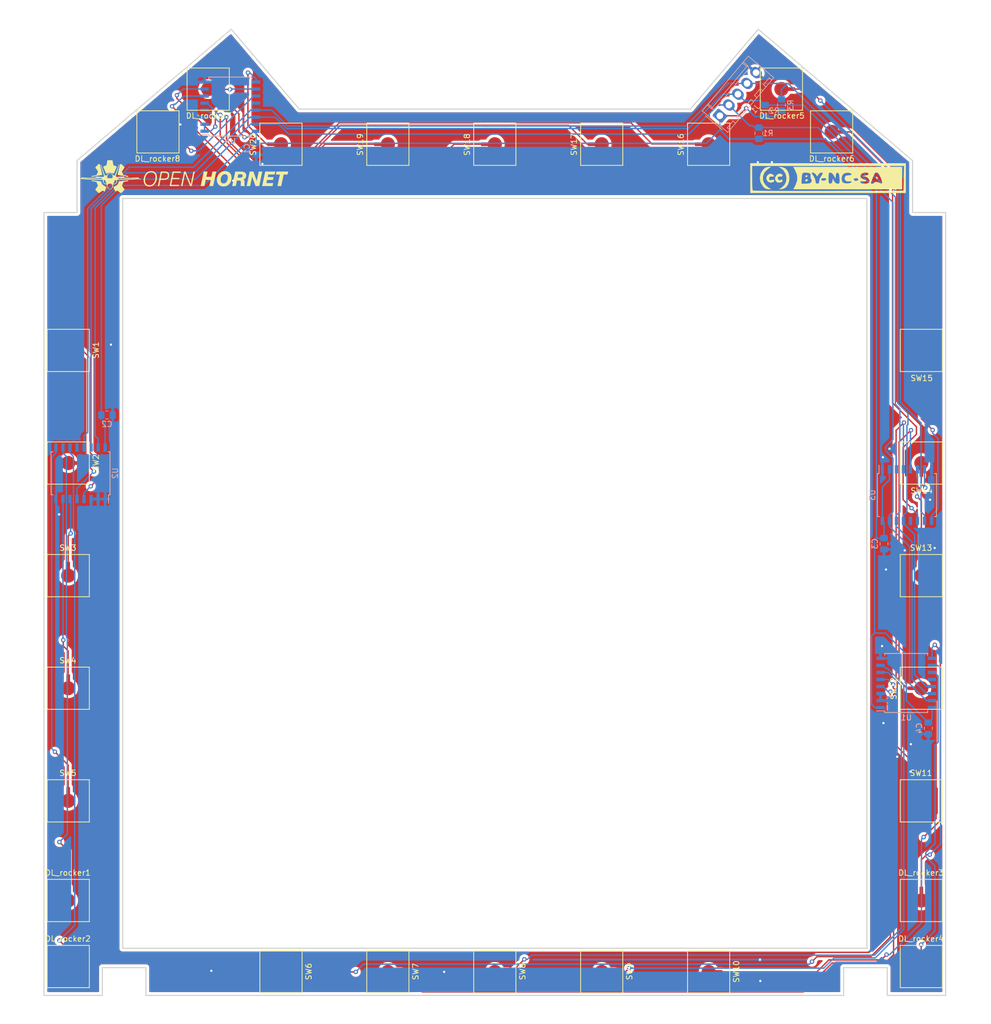
<source format=kicad_pcb>
(kicad_pcb (version 20171130) (host pcbnew "(5.1.4-0-10_14)")
  (layers (0 F.Cu signal) (31 B.Cu signal) (34 B.Paste user) (35 F.Paste user) (36 B.SilkS user) (37 F.SilkS user) (38 B.Mask user) (39 F.Mask user) (44 Edge.Cuts user))
  (net 0 "")
  (net 1 +5V)
  (net 2 SDA)
  (net 3 SCL)
  (net 4 IRQ)
  (net 5 GND)
  (net 6 "Net-(DL_rocker4-Pad1)")
  (net 7 "Net-(DL_rocker3-Pad1)")
  (net 8 "Net-(SW10-Pad1)")
  (net 9 "Net-(SW9-Pad1)")
  (net 10 "Net-(SW8-Pad1)")
  (net 11 "Net-(SW7-Pad1)")
  (net 12 "Net-(SW6-Pad1)")
  (net 13 "Net-(SW1-Pad1)")
  (net 14 "Net-(SW2-Pad1)")
  (net 15 "Net-(SW3-Pad1)")
  (net 16 "Net-(SW4-Pad1)")
  (net 17 "Net-(SW5-Pad1)")
  (net 18 "Net-(DL_rocker1-Pad1)")
  (net 19 "Net-(DL_rocker2-Pad1)")
  (net 20 "Net-(SW11-Pad1)")
  (net 21 "Net-(SW12-Pad1)")
  (net 22 "Net-(SW13-Pad1)")
  (net 23 "Net-(SW14-Pad1)")
  (net 24 "Net-(SW15-Pad1)")
  (net 25 "Net-(DL_rocker5-Pad1)")
  (net 26 "Net-(DL_rocker6-Pad1)")
  (net 27 "Net-(DL_rocker8-Pad1)")
  (net 28 "Net-(DL_rocker7-Pad1)")
  (net 29 "Net-(SW20-Pad1)")
  (net 30 "Net-(SW19-Pad1)")
  (net 31 "Net-(SW18-Pad1)")
  (net 32 "Net-(SW17-Pad1)")
  (net 33 "Net-(SW16-Pad1)")
  (module "KiCAD Libraries:CC-BY-NC-SA-Small" (layer F.Cu) (at 156.867 45.667)
    (fp_text reference G*** hide)
    (fp_text value LOGO hide)
  )
  (module "KiCAD Libraries:OH_LOGO_37.7mm_5.9mm" (layer F.Cu) (at 40.617 45.417)
    (fp_text reference G*** hide)
    (fp_text value LOGO hide)
  )
  (module Connector_Molex:Molex_KK-254_AE-6410-05A_1x05_P2.54mm_Vertical (layer B.Cu) (at 137.414 34.417 50)
    (fp_text reference J1 (at 5.08 4.12 50) (layer B.SilkS) (effects (justify mirror)))
    (fp_text value ExpansionPort)
    (pad 1 thru_hole roundrect (at 0 0 50) (size 1.74 2.2) (drill 1.2) (layers *.Cu *.Mask) (roundrect_rratio 0.143678) (net 1 +5V))
    (pad 2 thru_hole oval (at 2.54 0 50) (size 1.74 2.2) (drill 1.2) (layers *.Cu *.Mask) (net 2 SDA))
    (pad 3 thru_hole oval (at 5.08 0 50) (size 1.74 2.2) (drill 1.2) (layers *.Cu *.Mask) (net 3 SCL))
    (pad 4 thru_hole oval (at 7.620001 0 50) (size 1.74 2.2) (drill 1.2) (layers *.Cu *.Mask) (net 4 IRQ))
    (pad 5 thru_hole oval (at 10.16 0 50) (size 1.74 2.2) (drill 1.2) (layers *.Cu *.Mask) (net 5 GND))
  )
  (module Resistor_SMD:R_0805_2012Metric_Pad1.15x1.40mm_HandSolder (layer B.Cu) (at 144.4498 37.5666 90)
    (fp_text reference R1 (at 0 1.65 -180) (layer B.SilkS) (effects (justify mirror)))
    (fp_text value 1k)
    (pad 2 smd roundrect (at 1.025 0 90) (size 1.15 1.4) (layers B.Cu B.Paste B.Mask) (roundrect_rratio 0.217391) (net 2 SDA))
    (pad 1 smd roundrect (at -1.025 0 90) (size 1.15 1.4) (layers B.Cu B.Paste B.Mask) (roundrect_rratio 0.217391) (net 1 +5V))
  )
  (module Resistor_SMD:R_0805_2012Metric_Pad1.15x1.40mm_HandSolder (layer B.Cu) (at 145.5674 33.528 90)
    (fp_text reference R2 (at 0 1.65 -180) (layer B.SilkS) (effects (justify mirror)))
    (fp_text value 1k)
    (pad 1 smd roundrect (at -1.025 0 90) (size 1.15 1.4) (layers B.Cu B.Paste B.Mask) (roundrect_rratio 0.217391) (net 1 +5V))
    (pad 2 smd roundrect (at 1.025 0 90) (size 1.15 1.4) (layers B.Cu B.Paste B.Mask) (roundrect_rratio 0.217391) (net 3 SCL))
  )
  (module Package_SO:SOIC-16W_7.5x10.3mm_P1.27mm (layer B.Cu) (at 171.069 136.779)
    (fp_text reference U1 (at 0 6.25 180) (layer B.SilkS) (effects (justify mirror)))
    (fp_text value TCA9534)
    (pad 16 smd rect (at 4.65 4.445) (size 1.5 0.6) (layers B.Cu B.Paste B.Mask) (net 1 +5V))
    (pad 15 smd rect (at 4.65 3.175) (size 1.5 0.6) (layers B.Cu B.Paste B.Mask) (net 2 SDA))
    (pad 14 smd rect (at 4.65 1.905) (size 1.5 0.6) (layers B.Cu B.Paste B.Mask) (net 3 SCL))
    (pad 13 smd rect (at 4.65 0.635) (size 1.5 0.6) (layers B.Cu B.Paste B.Mask) (net 4 IRQ))
    (pad 12 smd rect (at 4.65 -0.635) (size 1.5 0.6) (layers B.Cu B.Paste B.Mask))
    (pad 11 smd rect (at 4.65 -1.905) (size 1.5 0.6) (layers B.Cu B.Paste B.Mask) (net 6 "Net-(DL_rocker4-Pad1)"))
    (pad 10 smd rect (at 4.65 -3.175) (size 1.5 0.6) (layers B.Cu B.Paste B.Mask) (net 7 "Net-(DL_rocker3-Pad1)"))
    (pad 9 smd rect (at 4.65 -4.445) (size 1.5 0.6) (layers B.Cu B.Paste B.Mask) (net 8 "Net-(SW10-Pad1)"))
    (pad 8 smd rect (at -4.65 -4.445) (size 1.5 0.6) (layers B.Cu B.Paste B.Mask) (net 5 GND))
    (pad 7 smd rect (at -4.65 -3.175) (size 1.5 0.6) (layers B.Cu B.Paste B.Mask) (net 9 "Net-(SW9-Pad1)"))
    (pad 6 smd rect (at -4.65 -1.905) (size 1.5 0.6) (layers B.Cu B.Paste B.Mask) (net 10 "Net-(SW8-Pad1)"))
    (pad 5 smd rect (at -4.65 -0.635) (size 1.5 0.6) (layers B.Cu B.Paste B.Mask) (net 11 "Net-(SW7-Pad1)"))
    (pad 4 smd rect (at -4.65 0.635) (size 1.5 0.6) (layers B.Cu B.Paste B.Mask) (net 12 "Net-(SW6-Pad1)"))
    (pad 3 smd rect (at -4.65 1.905) (size 1.5 0.6) (layers B.Cu B.Paste B.Mask) (net 5 GND))
    (pad 2 smd rect (at -4.65 3.175) (size 1.5 0.6) (layers B.Cu B.Paste B.Mask) (net 5 GND))
    (pad 1 smd rect (at -4.65 4.445) (size 1.5 0.6) (layers B.Cu B.Paste B.Mask) (net 1 +5V))
  )
  (module Package_SO:SOIC-16W_7.5x10.3mm_P1.27mm (layer B.Cu) (at 21.971 98.933 90)
    (fp_text reference U2 (at 0 6.25 90) (layer B.SilkS) (effects (justify mirror)))
    (fp_text value TCA9534)
    (pad 1 smd rect (at -4.65 4.445 90) (size 1.5 0.6) (layers B.Cu B.Paste B.Mask) (net 5 GND))
    (pad 2 smd rect (at -4.65 3.175 90) (size 1.5 0.6) (layers B.Cu B.Paste B.Mask) (net 5 GND))
    (pad 3 smd rect (at -4.65 1.905 90) (size 1.5 0.6) (layers B.Cu B.Paste B.Mask) (net 5 GND))
    (pad 4 smd rect (at -4.65 0.635 90) (size 1.5 0.6) (layers B.Cu B.Paste B.Mask) (net 13 "Net-(SW1-Pad1)"))
    (pad 5 smd rect (at -4.65 -0.635 90) (size 1.5 0.6) (layers B.Cu B.Paste B.Mask) (net 14 "Net-(SW2-Pad1)"))
    (pad 6 smd rect (at -4.65 -1.905 90) (size 1.5 0.6) (layers B.Cu B.Paste B.Mask) (net 15 "Net-(SW3-Pad1)"))
    (pad 7 smd rect (at -4.65 -3.175 90) (size 1.5 0.6) (layers B.Cu B.Paste B.Mask) (net 16 "Net-(SW4-Pad1)"))
    (pad 8 smd rect (at -4.65 -4.445 90) (size 1.5 0.6) (layers B.Cu B.Paste B.Mask) (net 5 GND))
    (pad 9 smd rect (at 4.65 -4.445 90) (size 1.5 0.6) (layers B.Cu B.Paste B.Mask) (net 17 "Net-(SW5-Pad1)"))
    (pad 10 smd rect (at 4.65 -3.175 90) (size 1.5 0.6) (layers B.Cu B.Paste B.Mask) (net 18 "Net-(DL_rocker1-Pad1)"))
    (pad 11 smd rect (at 4.65 -1.905 90) (size 1.5 0.6) (layers B.Cu B.Paste B.Mask) (net 19 "Net-(DL_rocker2-Pad1)"))
    (pad 12 smd rect (at 4.65 -0.635 90) (size 1.5 0.6) (layers B.Cu B.Paste B.Mask))
    (pad 13 smd rect (at 4.65 0.635 90) (size 1.5 0.6) (layers B.Cu B.Paste B.Mask) (net 4 IRQ))
    (pad 14 smd rect (at 4.65 1.905 90) (size 1.5 0.6) (layers B.Cu B.Paste B.Mask) (net 3 SCL))
    (pad 15 smd rect (at 4.65 3.175 90) (size 1.5 0.6) (layers B.Cu B.Paste B.Mask) (net 2 SDA))
    (pad 16 smd rect (at 4.65 4.445 90) (size 1.5 0.6) (layers B.Cu B.Paste B.Mask) (net 1 +5V))
  )
  (module Package_SO:SOIC-16W_7.5x10.3mm_P1.27mm (layer B.Cu) (at 171.196 102.87 270)
    (fp_text reference U3 (at 0 6.25 270) (layer B.SilkS) (effects (justify mirror)))
    (fp_text value TCA9534)
    (pad 1 smd rect (at -4.65 4.445 270) (size 1.5 0.6) (layers B.Cu B.Paste B.Mask) (net 5 GND))
    (pad 2 smd rect (at -4.65 3.175 270) (size 1.5 0.6) (layers B.Cu B.Paste B.Mask) (net 1 +5V))
    (pad 3 smd rect (at -4.65 1.905 270) (size 1.5 0.6) (layers B.Cu B.Paste B.Mask) (net 5 GND))
    (pad 4 smd rect (at -4.65 0.635 270) (size 1.5 0.6) (layers B.Cu B.Paste B.Mask) (net 20 "Net-(SW11-Pad1)"))
    (pad 5 smd rect (at -4.65 -0.635 270) (size 1.5 0.6) (layers B.Cu B.Paste B.Mask) (net 21 "Net-(SW12-Pad1)"))
    (pad 6 smd rect (at -4.65 -1.905 270) (size 1.5 0.6) (layers B.Cu B.Paste B.Mask) (net 22 "Net-(SW13-Pad1)"))
    (pad 7 smd rect (at -4.65 -3.175 270) (size 1.5 0.6) (layers B.Cu B.Paste B.Mask) (net 23 "Net-(SW14-Pad1)"))
    (pad 8 smd rect (at -4.65 -4.445 270) (size 1.5 0.6) (layers B.Cu B.Paste B.Mask) (net 5 GND))
    (pad 9 smd rect (at 4.65 -4.445 270) (size 1.5 0.6) (layers B.Cu B.Paste B.Mask) (net 24 "Net-(SW15-Pad1)"))
    (pad 10 smd rect (at 4.65 -3.175 270) (size 1.5 0.6) (layers B.Cu B.Paste B.Mask) (net 25 "Net-(DL_rocker5-Pad1)"))
    (pad 11 smd rect (at 4.65 -1.905 270) (size 1.5 0.6) (layers B.Cu B.Paste B.Mask) (net 26 "Net-(DL_rocker6-Pad1)"))
    (pad 12 smd rect (at 4.65 -0.635 270) (size 1.5 0.6) (layers B.Cu B.Paste B.Mask))
    (pad 13 smd rect (at 4.65 0.635 270) (size 1.5 0.6) (layers B.Cu B.Paste B.Mask) (net 4 IRQ))
    (pad 14 smd rect (at 4.65 1.905 270) (size 1.5 0.6) (layers B.Cu B.Paste B.Mask) (net 3 SCL))
    (pad 15 smd rect (at 4.65 3.175 270) (size 1.5 0.6) (layers B.Cu B.Paste B.Mask) (net 2 SDA))
    (pad 16 smd rect (at 4.65 4.445 270) (size 1.5 0.6) (layers B.Cu B.Paste B.Mask) (net 1 +5V))
  )
  (module Package_SO:SOIC-16W_7.5x10.3mm_P1.27mm (layer B.Cu) (at 49.022 32.766)
    (fp_text reference U4 (at 0 6.25) (layer B.SilkS) (effects (justify mirror)))
    (fp_text value TCA9534)
    (pad 16 smd rect (at 4.65 4.445) (size 1.5 0.6) (layers B.Cu B.Paste B.Mask) (net 1 +5V))
    (pad 15 smd rect (at 4.65 3.175) (size 1.5 0.6) (layers B.Cu B.Paste B.Mask) (net 2 SDA))
    (pad 14 smd rect (at 4.65 1.905) (size 1.5 0.6) (layers B.Cu B.Paste B.Mask) (net 3 SCL))
    (pad 13 smd rect (at 4.65 0.635) (size 1.5 0.6) (layers B.Cu B.Paste B.Mask) (net 4 IRQ))
    (pad 12 smd rect (at 4.65 -0.635) (size 1.5 0.6) (layers B.Cu B.Paste B.Mask))
    (pad 11 smd rect (at 4.65 -1.905) (size 1.5 0.6) (layers B.Cu B.Paste B.Mask) (net 27 "Net-(DL_rocker8-Pad1)"))
    (pad 10 smd rect (at 4.65 -3.175) (size 1.5 0.6) (layers B.Cu B.Paste B.Mask) (net 28 "Net-(DL_rocker7-Pad1)"))
    (pad 9 smd rect (at 4.65 -4.445) (size 1.5 0.6) (layers B.Cu B.Paste B.Mask) (net 29 "Net-(SW20-Pad1)"))
    (pad 8 smd rect (at -4.65 -4.445) (size 1.5 0.6) (layers B.Cu B.Paste B.Mask) (net 5 GND))
    (pad 7 smd rect (at -4.65 -3.175) (size 1.5 0.6) (layers B.Cu B.Paste B.Mask) (net 30 "Net-(SW19-Pad1)"))
    (pad 6 smd rect (at -4.65 -1.905) (size 1.5 0.6) (layers B.Cu B.Paste B.Mask) (net 31 "Net-(SW18-Pad1)"))
    (pad 5 smd rect (at -4.65 -0.635) (size 1.5 0.6) (layers B.Cu B.Paste B.Mask) (net 32 "Net-(SW17-Pad1)"))
    (pad 4 smd rect (at -4.65 0.635) (size 1.5 0.6) (layers B.Cu B.Paste B.Mask) (net 33 "Net-(SW16-Pad1)"))
    (pad 3 smd rect (at -4.65 1.905) (size 1.5 0.6) (layers B.Cu B.Paste B.Mask) (net 5 GND))
    (pad 2 smd rect (at -4.65 3.175) (size 1.5 0.6) (layers B.Cu B.Paste B.Mask) (net 1 +5V))
    (pad 1 smd rect (at -4.65 4.445) (size 1.5 0.6) (layers B.Cu B.Paste B.Mask) (net 1 +5V))
  )
  (module "KiCAD Libraries:SWITCH_SNAP_DOME_6.3mm_DIA_SINGLE_SIDE_PCB" (layer F.Cu) (at 19.747 176.037 90)
    (fp_text reference DL_rocker1 (at 5.008 -0.056 180) (layer F.SilkS))
    (fp_text value SW_Push)
    (pad 2 smd custom (at 2.4 -1.6 90) (size 1.09 0.608) (layers F.Cu F.Paste F.Mask) (net 5 GND) (options (clearance outline) (anchor rect)) (primitives (gr_poly (pts (xy 0.4956 0.2284) (xy 0.4956 -0.2796) (xy -0.114 -1.2956) (xy -4.7368 -1.2956) (xy -5.2956 -0.3304) (xy -5.2956 3.4796) (xy -4.686 4.4956) (xy -0.114 4.4956) (xy 0.4956 3.4796) (xy 0.4956 2.9716) (xy -0.4696 2.9716) (xy -0.4696 3.5304) (xy -4.3304 3.5304) (xy -4.3304 -0.3304) (xy -0.4696 -0.3304) (xy -0.4696 0.2284)) (width 0.15))))
    (pad 1 smd custom (at 1.25 0 90) (size 2.45 0.64) (layers F.Cu F.Paste F.Mask) (net 18 "Net-(DL_rocker1-Pad1)") (options (clearance outline) (anchor rect)) (primitives (gr_line (start 1.163 0.254) (end -0.107 0.254) (width 0.15)) (gr_line (start -0.107 0.254) (end -0.107 -0.254) (width 0.15)) (gr_line (start -0.107 -0.254) (end 1.163 -0.254) (width 0.15)) (gr_line (start 1.163 -0.254) (end 1.163 0.254) (width 0.15)) (gr_poly (pts (xy 0.02 -0.254) (xy 1.163 -0.254) (xy 1.163 0.254) (xy 0.02 0.254)) (width 0.15)) (gr_circle (center -1.25 0) (end -0.045172 0) (width 0.15)) (gr_poly (pts (xy -1.25 -1.143) (xy -0.488 -0.889) (xy -0.107 -0.254) (xy -0.234 0.508) (xy -0.742 1.016) (xy -1.377 1.143) (xy -2.012 0.889) (xy -2.266 0.381) (xy -2.393 -0.127) (xy -2.139 -0.762) (xy -1.631 -1.016)) (width 0.15))))
  )
  (module "KiCAD Libraries:SWITCH_SNAP_DOME_6.3mm_DIA_SINGLE_SIDE_PCB" (layer F.Cu) (at 19.747 187.947 90)
    (fp_text reference DL_rocker2 (at 5.008 -0.056 180) (layer F.SilkS))
    (fp_text value SW_Push)
    (pad 1 smd custom (at 1.25 0 90) (size 2.45 0.64) (layers F.Cu F.Paste F.Mask) (net 19 "Net-(DL_rocker2-Pad1)") (options (clearance outline) (anchor rect)) (primitives (gr_line (start 1.163 0.254) (end -0.107 0.254) (width 0.15)) (gr_line (start -0.107 0.254) (end -0.107 -0.254) (width 0.15)) (gr_line (start -0.107 -0.254) (end 1.163 -0.254) (width 0.15)) (gr_line (start 1.163 -0.254) (end 1.163 0.254) (width 0.15)) (gr_poly (pts (xy 0.02 -0.254) (xy 1.163 -0.254) (xy 1.163 0.254) (xy 0.02 0.254)) (width 0.15)) (gr_circle (center -1.25 0) (end -0.045172 0) (width 0.15)) (gr_poly (pts (xy -1.25 -1.143) (xy -0.488 -0.889) (xy -0.107 -0.254) (xy -0.234 0.508) (xy -0.742 1.016) (xy -1.377 1.143) (xy -2.012 0.889) (xy -2.266 0.381) (xy -2.393 -0.127) (xy -2.139 -0.762) (xy -1.631 -1.016)) (width 0.15))))
    (pad 2 smd custom (at 2.4 -1.6 90) (size 1.09 0.608) (layers F.Cu F.Paste F.Mask) (net 5 GND) (options (clearance outline) (anchor rect)) (primitives (gr_poly (pts (xy 0.4956 0.2284) (xy 0.4956 -0.2796) (xy -0.114 -1.2956) (xy -4.7368 -1.2956) (xy -5.2956 -0.3304) (xy -5.2956 3.4796) (xy -4.686 4.4956) (xy -0.114 4.4956) (xy 0.4956 3.4796) (xy 0.4956 2.9716) (xy -0.4696 2.9716) (xy -0.4696 3.5304) (xy -4.3304 3.5304) (xy -4.3304 -0.3304) (xy -0.4696 -0.3304) (xy -0.4696 0.2284)) (width 0.15))))
  )
  (module "KiCAD Libraries:SWITCH_SNAP_DOME_6.3mm_DIA_SINGLE_SIDE_PCB" (layer F.Cu) (at 173.797 176.037 90)
    (fp_text reference DL_rocker3 (at 5.008 -0.056 180) (layer F.SilkS))
    (fp_text value SW_Push)
    (pad 2 smd custom (at 2.4 -1.6 90) (size 1.09 0.608) (layers F.Cu F.Paste F.Mask) (net 5 GND) (options (clearance outline) (anchor rect)) (primitives (gr_poly (pts (xy 0.4956 0.2284) (xy 0.4956 -0.2796) (xy -0.114 -1.2956) (xy -4.7368 -1.2956) (xy -5.2956 -0.3304) (xy -5.2956 3.4796) (xy -4.686 4.4956) (xy -0.114 4.4956) (xy 0.4956 3.4796) (xy 0.4956 2.9716) (xy -0.4696 2.9716) (xy -0.4696 3.5304) (xy -4.3304 3.5304) (xy -4.3304 -0.3304) (xy -0.4696 -0.3304) (xy -0.4696 0.2284)) (width 0.15))))
    (pad 1 smd custom (at 1.25 0 90) (size 2.45 0.64) (layers F.Cu F.Paste F.Mask) (net 7 "Net-(DL_rocker3-Pad1)") (options (clearance outline) (anchor rect)) (primitives (gr_line (start 1.163 0.254) (end -0.107 0.254) (width 0.15)) (gr_line (start -0.107 0.254) (end -0.107 -0.254) (width 0.15)) (gr_line (start -0.107 -0.254) (end 1.163 -0.254) (width 0.15)) (gr_line (start 1.163 -0.254) (end 1.163 0.254) (width 0.15)) (gr_poly (pts (xy 0.02 -0.254) (xy 1.163 -0.254) (xy 1.163 0.254) (xy 0.02 0.254)) (width 0.15)) (gr_circle (center -1.25 0) (end -0.045172 0) (width 0.15)) (gr_poly (pts (xy -1.25 -1.143) (xy -0.488 -0.889) (xy -0.107 -0.254) (xy -0.234 0.508) (xy -0.742 1.016) (xy -1.377 1.143) (xy -2.012 0.889) (xy -2.266 0.381) (xy -2.393 -0.127) (xy -2.139 -0.762) (xy -1.631 -1.016)) (width 0.15))))
  )
  (module "KiCAD Libraries:SWITCH_SNAP_DOME_6.3mm_DIA_SINGLE_SIDE_PCB" (layer F.Cu) (at 173.797 187.947 90)
    (fp_text reference DL_rocker4 (at 5.008 -0.056 180) (layer F.SilkS))
    (fp_text value SW_Push)
    (pad 1 smd custom (at 1.25 0 90) (size 2.45 0.64) (layers F.Cu F.Paste F.Mask) (net 6 "Net-(DL_rocker4-Pad1)") (options (clearance outline) (anchor rect)) (primitives (gr_line (start 1.163 0.254) (end -0.107 0.254) (width 0.15)) (gr_line (start -0.107 0.254) (end -0.107 -0.254) (width 0.15)) (gr_line (start -0.107 -0.254) (end 1.163 -0.254) (width 0.15)) (gr_line (start 1.163 -0.254) (end 1.163 0.254) (width 0.15)) (gr_poly (pts (xy 0.02 -0.254) (xy 1.163 -0.254) (xy 1.163 0.254) (xy 0.02 0.254)) (width 0.15)) (gr_circle (center -1.25 0) (end -0.045172 0) (width 0.15)) (gr_poly (pts (xy -1.25 -1.143) (xy -0.488 -0.889) (xy -0.107 -0.254) (xy -0.234 0.508) (xy -0.742 1.016) (xy -1.377 1.143) (xy -2.012 0.889) (xy -2.266 0.381) (xy -2.393 -0.127) (xy -2.139 -0.762) (xy -1.631 -1.016)) (width 0.15))))
    (pad 2 smd custom (at 2.4 -1.6 90) (size 1.09 0.608) (layers F.Cu F.Paste F.Mask) (net 5 GND) (options (clearance outline) (anchor rect)) (primitives (gr_poly (pts (xy 0.4956 0.2284) (xy 0.4956 -0.2796) (xy -0.114 -1.2956) (xy -4.7368 -1.2956) (xy -5.2956 -0.3304) (xy -5.2956 3.4796) (xy -4.686 4.4956) (xy -0.114 4.4956) (xy 0.4956 3.4796) (xy 0.4956 2.9716) (xy -0.4696 2.9716) (xy -0.4696 3.5304) (xy -4.3304 3.5304) (xy -4.3304 -0.3304) (xy -0.4696 -0.3304) (xy -0.4696 0.2284)) (width 0.15))))
  )
  (module "KiCAD Libraries:SWITCH_SNAP_DOME_6.3mm_DIA_SINGLE_SIDE_PCB" (layer F.Cu) (at 148.527 29.607)
    (fp_text reference DL_rocker5 (at 0.09 4.81 180) (layer F.SilkS))
    (fp_text value SW_Push)
    (pad 1 smd custom (at 1.25 0) (size 2.45 0.64) (layers F.Cu F.Paste F.Mask) (net 25 "Net-(DL_rocker5-Pad1)") (options (clearance outline) (anchor rect)) (primitives (gr_line (start 1.163 0.254) (end -0.107 0.254) (width 0.15)) (gr_line (start -0.107 0.254) (end -0.107 -0.254) (width 0.15)) (gr_line (start -0.107 -0.254) (end 1.163 -0.254) (width 0.15)) (gr_line (start 1.163 -0.254) (end 1.163 0.254) (width 0.15)) (gr_poly (pts (xy 0.02 -0.254) (xy 1.163 -0.254) (xy 1.163 0.254) (xy 0.02 0.254)) (width 0.15)) (gr_circle (center -1.25 0) (end -0.045172 0) (width 0.15)) (gr_poly (pts (xy -1.25 -1.143) (xy -0.488 -0.889) (xy -0.107 -0.254) (xy -0.234 0.508) (xy -0.742 1.016) (xy -1.377 1.143) (xy -2.012 0.889) (xy -2.266 0.381) (xy -2.393 -0.127) (xy -2.139 -0.762) (xy -1.631 -1.016)) (width 0.15))))
    (pad 2 smd custom (at 2.4 -1.6) (size 1.09 0.608) (layers F.Cu F.Paste F.Mask) (net 5 GND) (options (clearance outline) (anchor rect)) (primitives (gr_poly (pts (xy 0.4956 0.2284) (xy 0.4956 -0.2796) (xy -0.114 -1.2956) (xy -4.7368 -1.2956) (xy -5.2956 -0.3304) (xy -5.2956 3.4796) (xy -4.686 4.4956) (xy -0.114 4.4956) (xy 0.4956 3.4796) (xy 0.4956 2.9716) (xy -0.4696 2.9716) (xy -0.4696 3.5304) (xy -4.3304 3.5304) (xy -4.3304 -0.3304) (xy -0.4696 -0.3304) (xy -0.4696 0.2284)) (width 0.15))))
  )
  (module "KiCAD Libraries:SWITCH_SNAP_DOME_6.3mm_DIA_SINGLE_SIDE_PCB" (layer F.Cu) (at 157.597 37.327)
    (fp_text reference DL_rocker6 (at 0.02 4.84) (layer F.SilkS))
    (fp_text value SW_Push)
    (pad 2 smd custom (at 2.4 -1.6) (size 1.09 0.608) (layers F.Cu F.Paste F.Mask) (net 5 GND) (options (clearance outline) (anchor rect)) (primitives (gr_poly (pts (xy 0.4956 0.2284) (xy 0.4956 -0.2796) (xy -0.114 -1.2956) (xy -4.7368 -1.2956) (xy -5.2956 -0.3304) (xy -5.2956 3.4796) (xy -4.686 4.4956) (xy -0.114 4.4956) (xy 0.4956 3.4796) (xy 0.4956 2.9716) (xy -0.4696 2.9716) (xy -0.4696 3.5304) (xy -4.3304 3.5304) (xy -4.3304 -0.3304) (xy -0.4696 -0.3304) (xy -0.4696 0.2284)) (width 0.15))))
    (pad 1 smd custom (at 1.25 0) (size 2.45 0.64) (layers F.Cu F.Paste F.Mask) (net 26 "Net-(DL_rocker6-Pad1)") (options (clearance outline) (anchor rect)) (primitives (gr_line (start 1.163 0.254) (end -0.107 0.254) (width 0.15)) (gr_line (start -0.107 0.254) (end -0.107 -0.254) (width 0.15)) (gr_line (start -0.107 -0.254) (end 1.163 -0.254) (width 0.15)) (gr_line (start 1.163 -0.254) (end 1.163 0.254) (width 0.15)) (gr_poly (pts (xy 0.02 -0.254) (xy 1.163 -0.254) (xy 1.163 0.254) (xy 0.02 0.254)) (width 0.15)) (gr_circle (center -1.25 0) (end -0.045172 0) (width 0.15)) (gr_poly (pts (xy -1.25 -1.143) (xy -0.488 -0.889) (xy -0.107 -0.254) (xy -0.234 0.508) (xy -0.742 1.016) (xy -1.377 1.143) (xy -2.012 0.889) (xy -2.266 0.381) (xy -2.393 -0.127) (xy -2.139 -0.762) (xy -1.631 -1.016)) (width 0.15))))
  )
  (module "KiCAD Libraries:SWITCH_SNAP_DOME_6.3mm_DIA_SINGLE_SIDE_PCB" (layer F.Cu) (at 45.017 29.607)
    (fp_text reference DL_rocker7 (at 0.1 4.81 180) (layer F.SilkS))
    (fp_text value SW_Push)
    (pad 1 smd custom (at 1.25 0) (size 2.45 0.64) (layers F.Cu F.Paste F.Mask) (net 28 "Net-(DL_rocker7-Pad1)") (options (clearance outline) (anchor rect)) (primitives (gr_line (start 1.163 0.254) (end -0.107 0.254) (width 0.15)) (gr_line (start -0.107 0.254) (end -0.107 -0.254) (width 0.15)) (gr_line (start -0.107 -0.254) (end 1.163 -0.254) (width 0.15)) (gr_line (start 1.163 -0.254) (end 1.163 0.254) (width 0.15)) (gr_poly (pts (xy 0.02 -0.254) (xy 1.163 -0.254) (xy 1.163 0.254) (xy 0.02 0.254)) (width 0.15)) (gr_circle (center -1.25 0) (end -0.045172 0) (width 0.15)) (gr_poly (pts (xy -1.25 -1.143) (xy -0.488 -0.889) (xy -0.107 -0.254) (xy -0.234 0.508) (xy -0.742 1.016) (xy -1.377 1.143) (xy -2.012 0.889) (xy -2.266 0.381) (xy -2.393 -0.127) (xy -2.139 -0.762) (xy -1.631 -1.016)) (width 0.15))))
    (pad 2 smd custom (at 2.4 -1.6) (size 1.09 0.608) (layers F.Cu F.Paste F.Mask) (net 5 GND) (options (clearance outline) (anchor rect)) (primitives (gr_poly (pts (xy 0.4956 0.2284) (xy 0.4956 -0.2796) (xy -0.114 -1.2956) (xy -4.7368 -1.2956) (xy -5.2956 -0.3304) (xy -5.2956 3.4796) (xy -4.686 4.4956) (xy -0.114 4.4956) (xy 0.4956 3.4796) (xy 0.4956 2.9716) (xy -0.4696 2.9716) (xy -0.4696 3.5304) (xy -4.3304 3.5304) (xy -4.3304 -0.3304) (xy -0.4696 -0.3304) (xy -0.4696 0.2284)) (width 0.15))))
  )
  (module "KiCAD Libraries:SWITCH_SNAP_DOME_6.3mm_DIA_SINGLE_SIDE_PCB" (layer F.Cu) (at 35.947 37.327)
    (fp_text reference DL_rocker8 (at -0.08 4.84 180) (layer F.SilkS))
    (fp_text value SW_Push)
    (pad 2 smd custom (at 2.4 -1.6) (size 1.09 0.608) (layers F.Cu F.Paste F.Mask) (net 5 GND) (options (clearance outline) (anchor rect)) (primitives (gr_poly (pts (xy 0.4956 0.2284) (xy 0.4956 -0.2796) (xy -0.114 -1.2956) (xy -4.7368 -1.2956) (xy -5.2956 -0.3304) (xy -5.2956 3.4796) (xy -4.686 4.4956) (xy -0.114 4.4956) (xy 0.4956 3.4796) (xy 0.4956 2.9716) (xy -0.4696 2.9716) (xy -0.4696 3.5304) (xy -4.3304 3.5304) (xy -4.3304 -0.3304) (xy -0.4696 -0.3304) (xy -0.4696 0.2284)) (width 0.15))))
    (pad 1 smd custom (at 1.25 0) (size 2.45 0.64) (layers F.Cu F.Paste F.Mask) (net 27 "Net-(DL_rocker8-Pad1)") (options (clearance outline) (anchor rect)) (primitives (gr_line (start 1.163 0.254) (end -0.107 0.254) (width 0.15)) (gr_line (start -0.107 0.254) (end -0.107 -0.254) (width 0.15)) (gr_line (start -0.107 -0.254) (end 1.163 -0.254) (width 0.15)) (gr_line (start 1.163 -0.254) (end 1.163 0.254) (width 0.15)) (gr_poly (pts (xy 0.02 -0.254) (xy 1.163 -0.254) (xy 1.163 0.254) (xy 0.02 0.254)) (width 0.15)) (gr_circle (center -1.25 0) (end -0.045172 0) (width 0.15)) (gr_poly (pts (xy -1.25 -1.143) (xy -0.488 -0.889) (xy -0.107 -0.254) (xy -0.234 0.508) (xy -0.742 1.016) (xy -1.377 1.143) (xy -2.012 0.889) (xy -2.266 0.381) (xy -2.393 -0.127) (xy -2.139 -0.762) (xy -1.631 -1.016)) (width 0.15))))
  )
  (module "KiCAD Libraries:SWITCH_SNAP_DOME_6.3mm_DIA_SINGLE_SIDE_PCB" (layer F.Cu) (at 19.747 76.767)
    (fp_text reference SW1 (at 5.008 -0.056 90) (layer F.SilkS))
    (fp_text value SW_Push)
    (pad 2 smd custom (at 2.4 -1.6) (size 1.09 0.608) (layers F.Cu F.Paste F.Mask) (net 5 GND) (options (clearance outline) (anchor rect)) (primitives (gr_poly (pts (xy 0.4956 0.2284) (xy 0.4956 -0.2796) (xy -0.114 -1.2956) (xy -4.7368 -1.2956) (xy -5.2956 -0.3304) (xy -5.2956 3.4796) (xy -4.686 4.4956) (xy -0.114 4.4956) (xy 0.4956 3.4796) (xy 0.4956 2.9716) (xy -0.4696 2.9716) (xy -0.4696 3.5304) (xy -4.3304 3.5304) (xy -4.3304 -0.3304) (xy -0.4696 -0.3304) (xy -0.4696 0.2284)) (width 0.15))))
    (pad 1 smd custom (at 1.25 0) (size 2.45 0.64) (layers F.Cu F.Paste F.Mask) (net 13 "Net-(SW1-Pad1)") (options (clearance outline) (anchor rect)) (primitives (gr_line (start 1.163 0.254) (end -0.107 0.254) (width 0.15)) (gr_line (start -0.107 0.254) (end -0.107 -0.254) (width 0.15)) (gr_line (start -0.107 -0.254) (end 1.163 -0.254) (width 0.15)) (gr_line (start 1.163 -0.254) (end 1.163 0.254) (width 0.15)) (gr_poly (pts (xy 0.02 -0.254) (xy 1.163 -0.254) (xy 1.163 0.254) (xy 0.02 0.254)) (width 0.15)) (gr_circle (center -1.25 0) (end -0.045172 0) (width 0.15)) (gr_poly (pts (xy -1.25 -1.143) (xy -0.488 -0.889) (xy -0.107 -0.254) (xy -0.234 0.508) (xy -0.742 1.016) (xy -1.377 1.143) (xy -2.012 0.889) (xy -2.266 0.381) (xy -2.393 -0.127) (xy -2.139 -0.762) (xy -1.631 -1.016)) (width 0.15))))
  )
  (module "KiCAD Libraries:SWITCH_SNAP_DOME_6.3mm_DIA_SINGLE_SIDE_PCB" (layer F.Cu) (at 19.747 97.087)
    (fp_text reference SW2 (at 5.008 -0.056 90) (layer F.SilkS))
    (fp_text value SW_Push)
    (pad 1 smd custom (at 1.25 0) (size 2.45 0.64) (layers F.Cu F.Paste F.Mask) (net 14 "Net-(SW2-Pad1)") (options (clearance outline) (anchor rect)) (primitives (gr_line (start 1.163 0.254) (end -0.107 0.254) (width 0.15)) (gr_line (start -0.107 0.254) (end -0.107 -0.254) (width 0.15)) (gr_line (start -0.107 -0.254) (end 1.163 -0.254) (width 0.15)) (gr_line (start 1.163 -0.254) (end 1.163 0.254) (width 0.15)) (gr_poly (pts (xy 0.02 -0.254) (xy 1.163 -0.254) (xy 1.163 0.254) (xy 0.02 0.254)) (width 0.15)) (gr_circle (center -1.25 0) (end -0.045172 0) (width 0.15)) (gr_poly (pts (xy -1.25 -1.143) (xy -0.488 -0.889) (xy -0.107 -0.254) (xy -0.234 0.508) (xy -0.742 1.016) (xy -1.377 1.143) (xy -2.012 0.889) (xy -2.266 0.381) (xy -2.393 -0.127) (xy -2.139 -0.762) (xy -1.631 -1.016)) (width 0.15))))
    (pad 2 smd custom (at 2.4 -1.6) (size 1.09 0.608) (layers F.Cu F.Paste F.Mask) (net 5 GND) (options (clearance outline) (anchor rect)) (primitives (gr_poly (pts (xy 0.4956 0.2284) (xy 0.4956 -0.2796) (xy -0.114 -1.2956) (xy -4.7368 -1.2956) (xy -5.2956 -0.3304) (xy -5.2956 3.4796) (xy -4.686 4.4956) (xy -0.114 4.4956) (xy 0.4956 3.4796) (xy 0.4956 2.9716) (xy -0.4696 2.9716) (xy -0.4696 3.5304) (xy -4.3304 3.5304) (xy -4.3304 -0.3304) (xy -0.4696 -0.3304) (xy -0.4696 0.2284)) (width 0.15))))
  )
  (module "KiCAD Libraries:SWITCH_SNAP_DOME_6.3mm_DIA_SINGLE_SIDE_PCB" (layer F.Cu) (at 19.747 117.407 90)
    (fp_text reference SW3 (at 5.008 -0.056 180) (layer F.SilkS))
    (fp_text value SW_Push)
    (pad 1 smd custom (at 1.25 0 90) (size 2.45 0.64) (layers F.Cu F.Paste F.Mask) (net 15 "Net-(SW3-Pad1)") (options (clearance outline) (anchor rect)) (primitives (gr_line (start 1.163 0.254) (end -0.107 0.254) (width 0.15)) (gr_line (start -0.107 0.254) (end -0.107 -0.254) (width 0.15)) (gr_line (start -0.107 -0.254) (end 1.163 -0.254) (width 0.15)) (gr_line (start 1.163 -0.254) (end 1.163 0.254) (width 0.15)) (gr_poly (pts (xy 0.02 -0.254) (xy 1.163 -0.254) (xy 1.163 0.254) (xy 0.02 0.254)) (width 0.15)) (gr_circle (center -1.25 0) (end -0.045172 0) (width 0.15)) (gr_poly (pts (xy -1.25 -1.143) (xy -0.488 -0.889) (xy -0.107 -0.254) (xy -0.234 0.508) (xy -0.742 1.016) (xy -1.377 1.143) (xy -2.012 0.889) (xy -2.266 0.381) (xy -2.393 -0.127) (xy -2.139 -0.762) (xy -1.631 -1.016)) (width 0.15))))
    (pad 2 smd custom (at 2.4 -1.6 90) (size 1.09 0.608) (layers F.Cu F.Paste F.Mask) (net 5 GND) (options (clearance outline) (anchor rect)) (primitives (gr_poly (pts (xy 0.4956 0.2284) (xy 0.4956 -0.2796) (xy -0.114 -1.2956) (xy -4.7368 -1.2956) (xy -5.2956 -0.3304) (xy -5.2956 3.4796) (xy -4.686 4.4956) (xy -0.114 4.4956) (xy 0.4956 3.4796) (xy 0.4956 2.9716) (xy -0.4696 2.9716) (xy -0.4696 3.5304) (xy -4.3304 3.5304) (xy -4.3304 -0.3304) (xy -0.4696 -0.3304) (xy -0.4696 0.2284)) (width 0.15))))
  )
  (module "KiCAD Libraries:SWITCH_SNAP_DOME_6.3mm_DIA_SINGLE_SIDE_PCB" (layer F.Cu) (at 19.747 137.727 90)
    (fp_text reference SW4 (at 5.008 -0.056 180) (layer F.SilkS))
    (fp_text value SW_Push)
    (pad 2 smd custom (at 2.4 -1.6 90) (size 1.09 0.608) (layers F.Cu F.Paste F.Mask) (net 5 GND) (options (clearance outline) (anchor rect)) (primitives (gr_poly (pts (xy 0.4956 0.2284) (xy 0.4956 -0.2796) (xy -0.114 -1.2956) (xy -4.7368 -1.2956) (xy -5.2956 -0.3304) (xy -5.2956 3.4796) (xy -4.686 4.4956) (xy -0.114 4.4956) (xy 0.4956 3.4796) (xy 0.4956 2.9716) (xy -0.4696 2.9716) (xy -0.4696 3.5304) (xy -4.3304 3.5304) (xy -4.3304 -0.3304) (xy -0.4696 -0.3304) (xy -0.4696 0.2284)) (width 0.15))))
    (pad 1 smd custom (at 1.25 0 90) (size 2.45 0.64) (layers F.Cu F.Paste F.Mask) (net 16 "Net-(SW4-Pad1)") (options (clearance outline) (anchor rect)) (primitives (gr_line (start 1.163 0.254) (end -0.107 0.254) (width 0.15)) (gr_line (start -0.107 0.254) (end -0.107 -0.254) (width 0.15)) (gr_line (start -0.107 -0.254) (end 1.163 -0.254) (width 0.15)) (gr_line (start 1.163 -0.254) (end 1.163 0.254) (width 0.15)) (gr_poly (pts (xy 0.02 -0.254) (xy 1.163 -0.254) (xy 1.163 0.254) (xy 0.02 0.254)) (width 0.15)) (gr_circle (center -1.25 0) (end -0.045172 0) (width 0.15)) (gr_poly (pts (xy -1.25 -1.143) (xy -0.488 -0.889) (xy -0.107 -0.254) (xy -0.234 0.508) (xy -0.742 1.016) (xy -1.377 1.143) (xy -2.012 0.889) (xy -2.266 0.381) (xy -2.393 -0.127) (xy -2.139 -0.762) (xy -1.631 -1.016)) (width 0.15))))
  )
  (module "KiCAD Libraries:SWITCH_SNAP_DOME_6.3mm_DIA_SINGLE_SIDE_PCB" (layer F.Cu) (at 19.747 158.047 90)
    (fp_text reference SW5 (at 5.008 -0.056 180) (layer F.SilkS))
    (fp_text value SW_Push)
    (pad 2 smd custom (at 2.4 -1.6 90) (size 1.09 0.608) (layers F.Cu F.Paste F.Mask) (net 5 GND) (options (clearance outline) (anchor rect)) (primitives (gr_poly (pts (xy 0.4956 0.2284) (xy 0.4956 -0.2796) (xy -0.114 -1.2956) (xy -4.7368 -1.2956) (xy -5.2956 -0.3304) (xy -5.2956 3.4796) (xy -4.686 4.4956) (xy -0.114 4.4956) (xy 0.4956 3.4796) (xy 0.4956 2.9716) (xy -0.4696 2.9716) (xy -0.4696 3.5304) (xy -4.3304 3.5304) (xy -4.3304 -0.3304) (xy -0.4696 -0.3304) (xy -0.4696 0.2284)) (width 0.15))))
    (pad 1 smd custom (at 1.25 0 90) (size 2.45 0.64) (layers F.Cu F.Paste F.Mask) (net 17 "Net-(SW5-Pad1)") (options (clearance outline) (anchor rect)) (primitives (gr_line (start 1.163 0.254) (end -0.107 0.254) (width 0.15)) (gr_line (start -0.107 0.254) (end -0.107 -0.254) (width 0.15)) (gr_line (start -0.107 -0.254) (end 1.163 -0.254) (width 0.15)) (gr_line (start 1.163 -0.254) (end 1.163 0.254) (width 0.15)) (gr_poly (pts (xy 0.02 -0.254) (xy 1.163 -0.254) (xy 1.163 0.254) (xy 0.02 0.254)) (width 0.15)) (gr_circle (center -1.25 0) (end -0.045172 0) (width 0.15)) (gr_poly (pts (xy -1.25 -1.143) (xy -0.488 -0.889) (xy -0.107 -0.254) (xy -0.234 0.508) (xy -0.742 1.016) (xy -1.377 1.143) (xy -2.012 0.889) (xy -2.266 0.381) (xy -2.393 -0.127) (xy -2.139 -0.762) (xy -1.631 -1.016)) (width 0.15))))
  )
  (module "KiCAD Libraries:SWITCH_SNAP_DOME_6.3mm_DIA_SINGLE_SIDE_PCB" (layer F.Cu) (at 58.167 188.917)
    (fp_text reference SW6 (at 5.008 -0.056 90) (layer F.SilkS))
    (fp_text value SW_Push)
    (pad 1 smd custom (at 1.25 0) (size 2.45 0.64) (layers F.Cu F.Paste F.Mask) (net 12 "Net-(SW6-Pad1)") (options (clearance outline) (anchor rect)) (primitives (gr_line (start 1.163 0.254) (end -0.107 0.254) (width 0.15)) (gr_line (start -0.107 0.254) (end -0.107 -0.254) (width 0.15)) (gr_line (start -0.107 -0.254) (end 1.163 -0.254) (width 0.15)) (gr_line (start 1.163 -0.254) (end 1.163 0.254) (width 0.15)) (gr_poly (pts (xy 0.02 -0.254) (xy 1.163 -0.254) (xy 1.163 0.254) (xy 0.02 0.254)) (width 0.15)) (gr_circle (center -1.25 0) (end -0.045172 0) (width 0.15)) (gr_poly (pts (xy -1.25 -1.143) (xy -0.488 -0.889) (xy -0.107 -0.254) (xy -0.234 0.508) (xy -0.742 1.016) (xy -1.377 1.143) (xy -2.012 0.889) (xy -2.266 0.381) (xy -2.393 -0.127) (xy -2.139 -0.762) (xy -1.631 -1.016)) (width 0.15))))
    (pad 2 smd custom (at 2.4 -1.6) (size 1.09 0.608) (layers F.Cu F.Paste F.Mask) (net 5 GND) (options (clearance outline) (anchor rect)) (primitives (gr_poly (pts (xy 0.4956 0.2284) (xy 0.4956 -0.2796) (xy -0.114 -1.2956) (xy -4.7368 -1.2956) (xy -5.2956 -0.3304) (xy -5.2956 3.4796) (xy -4.686 4.4956) (xy -0.114 4.4956) (xy 0.4956 3.4796) (xy 0.4956 2.9716) (xy -0.4696 2.9716) (xy -0.4696 3.5304) (xy -4.3304 3.5304) (xy -4.3304 -0.3304) (xy -0.4696 -0.3304) (xy -0.4696 0.2284)) (width 0.15))))
  )
  (module "KiCAD Libraries:SWITCH_SNAP_DOME_6.3mm_DIA_SINGLE_SIDE_PCB" (layer F.Cu) (at 77.467 188.917)
    (fp_text reference SW7 (at 5.008 -0.056 90) (layer F.SilkS))
    (fp_text value SW_Push)
    (pad 2 smd custom (at 2.4 -1.6) (size 1.09 0.608) (layers F.Cu F.Paste F.Mask) (net 5 GND) (options (clearance outline) (anchor rect)) (primitives (gr_poly (pts (xy 0.4956 0.2284) (xy 0.4956 -0.2796) (xy -0.114 -1.2956) (xy -4.7368 -1.2956) (xy -5.2956 -0.3304) (xy -5.2956 3.4796) (xy -4.686 4.4956) (xy -0.114 4.4956) (xy 0.4956 3.4796) (xy 0.4956 2.9716) (xy -0.4696 2.9716) (xy -0.4696 3.5304) (xy -4.3304 3.5304) (xy -4.3304 -0.3304) (xy -0.4696 -0.3304) (xy -0.4696 0.2284)) (width 0.15))))
    (pad 1 smd custom (at 1.25 0) (size 2.45 0.64) (layers F.Cu F.Paste F.Mask) (net 11 "Net-(SW7-Pad1)") (options (clearance outline) (anchor rect)) (primitives (gr_line (start 1.163 0.254) (end -0.107 0.254) (width 0.15)) (gr_line (start -0.107 0.254) (end -0.107 -0.254) (width 0.15)) (gr_line (start -0.107 -0.254) (end 1.163 -0.254) (width 0.15)) (gr_line (start 1.163 -0.254) (end 1.163 0.254) (width 0.15)) (gr_poly (pts (xy 0.02 -0.254) (xy 1.163 -0.254) (xy 1.163 0.254) (xy 0.02 0.254)) (width 0.15)) (gr_circle (center -1.25 0) (end -0.045172 0) (width 0.15)) (gr_poly (pts (xy -1.25 -1.143) (xy -0.488 -0.889) (xy -0.107 -0.254) (xy -0.234 0.508) (xy -0.742 1.016) (xy -1.377 1.143) (xy -2.012 0.889) (xy -2.266 0.381) (xy -2.393 -0.127) (xy -2.139 -0.762) (xy -1.631 -1.016)) (width 0.15))))
  )
  (module "KiCAD Libraries:SWITCH_SNAP_DOME_6.3mm_DIA_SINGLE_SIDE_PCB" (layer F.Cu) (at 96.777 188.917)
    (fp_text reference SW8 (at 5.008 -0.056 90) (layer F.SilkS))
    (fp_text value SW_Push)
    (pad 1 smd custom (at 1.25 0) (size 2.45 0.64) (layers F.Cu F.Paste F.Mask) (net 10 "Net-(SW8-Pad1)") (options (clearance outline) (anchor rect)) (primitives (gr_line (start 1.163 0.254) (end -0.107 0.254) (width 0.15)) (gr_line (start -0.107 0.254) (end -0.107 -0.254) (width 0.15)) (gr_line (start -0.107 -0.254) (end 1.163 -0.254) (width 0.15)) (gr_line (start 1.163 -0.254) (end 1.163 0.254) (width 0.15)) (gr_poly (pts (xy 0.02 -0.254) (xy 1.163 -0.254) (xy 1.163 0.254) (xy 0.02 0.254)) (width 0.15)) (gr_circle (center -1.25 0) (end -0.045172 0) (width 0.15)) (gr_poly (pts (xy -1.25 -1.143) (xy -0.488 -0.889) (xy -0.107 -0.254) (xy -0.234 0.508) (xy -0.742 1.016) (xy -1.377 1.143) (xy -2.012 0.889) (xy -2.266 0.381) (xy -2.393 -0.127) (xy -2.139 -0.762) (xy -1.631 -1.016)) (width 0.15))))
    (pad 2 smd custom (at 2.4 -1.6) (size 1.09 0.608) (layers F.Cu F.Paste F.Mask) (net 5 GND) (options (clearance outline) (anchor rect)) (primitives (gr_poly (pts (xy 0.4956 0.2284) (xy 0.4956 -0.2796) (xy -0.114 -1.2956) (xy -4.7368 -1.2956) (xy -5.2956 -0.3304) (xy -5.2956 3.4796) (xy -4.686 4.4956) (xy -0.114 4.4956) (xy 0.4956 3.4796) (xy 0.4956 2.9716) (xy -0.4696 2.9716) (xy -0.4696 3.5304) (xy -4.3304 3.5304) (xy -4.3304 -0.3304) (xy -0.4696 -0.3304) (xy -0.4696 0.2284)) (width 0.15))))
  )
  (module "KiCAD Libraries:SWITCH_SNAP_DOME_6.3mm_DIA_SINGLE_SIDE_PCB" (layer F.Cu) (at 116.077 188.917)
    (fp_text reference SW9 (at 5.008 -0.056 90) (layer F.SilkS))
    (fp_text value SW_Push)
    (pad 2 smd custom (at 2.4 -1.6) (size 1.09 0.608) (layers F.Cu F.Paste F.Mask) (net 5 GND) (options (clearance outline) (anchor rect)) (primitives (gr_poly (pts (xy 0.4956 0.2284) (xy 0.4956 -0.2796) (xy -0.114 -1.2956) (xy -4.7368 -1.2956) (xy -5.2956 -0.3304) (xy -5.2956 3.4796) (xy -4.686 4.4956) (xy -0.114 4.4956) (xy 0.4956 3.4796) (xy 0.4956 2.9716) (xy -0.4696 2.9716) (xy -0.4696 3.5304) (xy -4.3304 3.5304) (xy -4.3304 -0.3304) (xy -0.4696 -0.3304) (xy -0.4696 0.2284)) (width 0.15))))
    (pad 1 smd custom (at 1.25 0) (size 2.45 0.64) (layers F.Cu F.Paste F.Mask) (net 9 "Net-(SW9-Pad1)") (options (clearance outline) (anchor rect)) (primitives (gr_line (start 1.163 0.254) (end -0.107 0.254) (width 0.15)) (gr_line (start -0.107 0.254) (end -0.107 -0.254) (width 0.15)) (gr_line (start -0.107 -0.254) (end 1.163 -0.254) (width 0.15)) (gr_line (start 1.163 -0.254) (end 1.163 0.254) (width 0.15)) (gr_poly (pts (xy 0.02 -0.254) (xy 1.163 -0.254) (xy 1.163 0.254) (xy 0.02 0.254)) (width 0.15)) (gr_circle (center -1.25 0) (end -0.045172 0) (width 0.15)) (gr_poly (pts (xy -1.25 -1.143) (xy -0.488 -0.889) (xy -0.107 -0.254) (xy -0.234 0.508) (xy -0.742 1.016) (xy -1.377 1.143) (xy -2.012 0.889) (xy -2.266 0.381) (xy -2.393 -0.127) (xy -2.139 -0.762) (xy -1.631 -1.016)) (width 0.15))))
  )
  (module "KiCAD Libraries:SWITCH_SNAP_DOME_6.3mm_DIA_SINGLE_SIDE_PCB" (layer F.Cu) (at 135.387 188.917)
    (fp_text reference SW10 (at 5.008 -0.056 90) (layer F.SilkS))
    (fp_text value SW_Push)
    (pad 1 smd custom (at 1.25 0) (size 2.45 0.64) (layers F.Cu F.Paste F.Mask) (net 8 "Net-(SW10-Pad1)") (options (clearance outline) (anchor rect)) (primitives (gr_line (start 1.163 0.254) (end -0.107 0.254) (width 0.15)) (gr_line (start -0.107 0.254) (end -0.107 -0.254) (width 0.15)) (gr_line (start -0.107 -0.254) (end 1.163 -0.254) (width 0.15)) (gr_line (start 1.163 -0.254) (end 1.163 0.254) (width 0.15)) (gr_poly (pts (xy 0.02 -0.254) (xy 1.163 -0.254) (xy 1.163 0.254) (xy 0.02 0.254)) (width 0.15)) (gr_circle (center -1.25 0) (end -0.045172 0) (width 0.15)) (gr_poly (pts (xy -1.25 -1.143) (xy -0.488 -0.889) (xy -0.107 -0.254) (xy -0.234 0.508) (xy -0.742 1.016) (xy -1.377 1.143) (xy -2.012 0.889) (xy -2.266 0.381) (xy -2.393 -0.127) (xy -2.139 -0.762) (xy -1.631 -1.016)) (width 0.15))))
    (pad 2 smd custom (at 2.4 -1.6) (size 1.09 0.608) (layers F.Cu F.Paste F.Mask) (net 5 GND) (options (clearance outline) (anchor rect)) (primitives (gr_poly (pts (xy 0.4956 0.2284) (xy 0.4956 -0.2796) (xy -0.114 -1.2956) (xy -4.7368 -1.2956) (xy -5.2956 -0.3304) (xy -5.2956 3.4796) (xy -4.686 4.4956) (xy -0.114 4.4956) (xy 0.4956 3.4796) (xy 0.4956 2.9716) (xy -0.4696 2.9716) (xy -0.4696 3.5304) (xy -4.3304 3.5304) (xy -4.3304 -0.3304) (xy -0.4696 -0.3304) (xy -0.4696 0.2284)) (width 0.15))))
  )
  (module "KiCAD Libraries:SWITCH_SNAP_DOME_6.3mm_DIA_SINGLE_SIDE_PCB" (layer F.Cu) (at 173.797 158.047 90)
    (fp_text reference SW11 (at 5.008 -0.056 180) (layer F.SilkS))
    (fp_text value SW_Push)
    (pad 1 smd custom (at 1.25 0 90) (size 2.45 0.64) (layers F.Cu F.Paste F.Mask) (net 20 "Net-(SW11-Pad1)") (options (clearance outline) (anchor rect)) (primitives (gr_line (start 1.163 0.254) (end -0.107 0.254) (width 0.15)) (gr_line (start -0.107 0.254) (end -0.107 -0.254) (width 0.15)) (gr_line (start -0.107 -0.254) (end 1.163 -0.254) (width 0.15)) (gr_line (start 1.163 -0.254) (end 1.163 0.254) (width 0.15)) (gr_poly (pts (xy 0.02 -0.254) (xy 1.163 -0.254) (xy 1.163 0.254) (xy 0.02 0.254)) (width 0.15)) (gr_circle (center -1.25 0) (end -0.045172 0) (width 0.15)) (gr_poly (pts (xy -1.25 -1.143) (xy -0.488 -0.889) (xy -0.107 -0.254) (xy -0.234 0.508) (xy -0.742 1.016) (xy -1.377 1.143) (xy -2.012 0.889) (xy -2.266 0.381) (xy -2.393 -0.127) (xy -2.139 -0.762) (xy -1.631 -1.016)) (width 0.15))))
    (pad 2 smd custom (at 2.4 -1.6 90) (size 1.09 0.608) (layers F.Cu F.Paste F.Mask) (net 5 GND) (options (clearance outline) (anchor rect)) (primitives (gr_poly (pts (xy 0.4956 0.2284) (xy 0.4956 -0.2796) (xy -0.114 -1.2956) (xy -4.7368 -1.2956) (xy -5.2956 -0.3304) (xy -5.2956 3.4796) (xy -4.686 4.4956) (xy -0.114 4.4956) (xy 0.4956 3.4796) (xy 0.4956 2.9716) (xy -0.4696 2.9716) (xy -0.4696 3.5304) (xy -4.3304 3.5304) (xy -4.3304 -0.3304) (xy -0.4696 -0.3304) (xy -0.4696 0.2284)) (width 0.15))))
  )
  (module "KiCAD Libraries:SWITCH_SNAP_DOME_6.3mm_DIA_SINGLE_SIDE_PCB" (layer F.Cu) (at 173.797 137.727 180)
    (fp_text reference SW12 (at 5.008 -0.056 270) (layer F.SilkS))
    (fp_text value SW_Push)
    (pad 2 smd custom (at 2.4 -1.6 180) (size 1.09 0.608) (layers F.Cu F.Paste F.Mask) (net 5 GND) (options (clearance outline) (anchor rect)) (primitives (gr_poly (pts (xy 0.4956 0.2284) (xy 0.4956 -0.2796) (xy -0.114 -1.2956) (xy -4.7368 -1.2956) (xy -5.2956 -0.3304) (xy -5.2956 3.4796) (xy -4.686 4.4956) (xy -0.114 4.4956) (xy 0.4956 3.4796) (xy 0.4956 2.9716) (xy -0.4696 2.9716) (xy -0.4696 3.5304) (xy -4.3304 3.5304) (xy -4.3304 -0.3304) (xy -0.4696 -0.3304) (xy -0.4696 0.2284)) (width 0.15))))
    (pad 1 smd custom (at 1.25 0 180) (size 2.45 0.64) (layers F.Cu F.Paste F.Mask) (net 21 "Net-(SW12-Pad1)") (options (clearance outline) (anchor rect)) (primitives (gr_line (start 1.163 0.254) (end -0.107 0.254) (width 0.15)) (gr_line (start -0.107 0.254) (end -0.107 -0.254) (width 0.15)) (gr_line (start -0.107 -0.254) (end 1.163 -0.254) (width 0.15)) (gr_line (start 1.163 -0.254) (end 1.163 0.254) (width 0.15)) (gr_poly (pts (xy 0.02 -0.254) (xy 1.163 -0.254) (xy 1.163 0.254) (xy 0.02 0.254)) (width 0.15)) (gr_circle (center -1.25 0) (end -0.045172 0) (width 0.15)) (gr_poly (pts (xy -1.25 -1.143) (xy -0.488 -0.889) (xy -0.107 -0.254) (xy -0.234 0.508) (xy -0.742 1.016) (xy -1.377 1.143) (xy -2.012 0.889) (xy -2.266 0.381) (xy -2.393 -0.127) (xy -2.139 -0.762) (xy -1.631 -1.016)) (width 0.15))))
  )
  (module "KiCAD Libraries:SWITCH_SNAP_DOME_6.3mm_DIA_SINGLE_SIDE_PCB" (layer F.Cu) (at 173.797 117.407 90)
    (fp_text reference SW13 (at 5.008 -0.056 180) (layer F.SilkS))
    (fp_text value SW_Push)
    (pad 1 smd custom (at 1.25 0 90) (size 2.45 0.64) (layers F.Cu F.Paste F.Mask) (net 22 "Net-(SW13-Pad1)") (options (clearance outline) (anchor rect)) (primitives (gr_line (start 1.163 0.254) (end -0.107 0.254) (width 0.15)) (gr_line (start -0.107 0.254) (end -0.107 -0.254) (width 0.15)) (gr_line (start -0.107 -0.254) (end 1.163 -0.254) (width 0.15)) (gr_line (start 1.163 -0.254) (end 1.163 0.254) (width 0.15)) (gr_poly (pts (xy 0.02 -0.254) (xy 1.163 -0.254) (xy 1.163 0.254) (xy 0.02 0.254)) (width 0.15)) (gr_circle (center -1.25 0) (end -0.045172 0) (width 0.15)) (gr_poly (pts (xy -1.25 -1.143) (xy -0.488 -0.889) (xy -0.107 -0.254) (xy -0.234 0.508) (xy -0.742 1.016) (xy -1.377 1.143) (xy -2.012 0.889) (xy -2.266 0.381) (xy -2.393 -0.127) (xy -2.139 -0.762) (xy -1.631 -1.016)) (width 0.15))))
    (pad 2 smd custom (at 2.4 -1.6 90) (size 1.09 0.608) (layers F.Cu F.Paste F.Mask) (net 5 GND) (options (clearance outline) (anchor rect)) (primitives (gr_poly (pts (xy 0.4956 0.2284) (xy 0.4956 -0.2796) (xy -0.114 -1.2956) (xy -4.7368 -1.2956) (xy -5.2956 -0.3304) (xy -5.2956 3.4796) (xy -4.686 4.4956) (xy -0.114 4.4956) (xy 0.4956 3.4796) (xy 0.4956 2.9716) (xy -0.4696 2.9716) (xy -0.4696 3.5304) (xy -4.3304 3.5304) (xy -4.3304 -0.3304) (xy -0.4696 -0.3304) (xy -0.4696 0.2284)) (width 0.15))))
  )
  (module "KiCAD Libraries:SWITCH_SNAP_DOME_6.3mm_DIA_SINGLE_SIDE_PCB" (layer F.Cu) (at 173.797 97.087 270)
    (fp_text reference SW14 (at 5.008 -0.056) (layer F.SilkS))
    (fp_text value SW_Push)
    (pad 1 smd custom (at 1.25 0 270) (size 2.45 0.64) (layers F.Cu F.Paste F.Mask) (net 23 "Net-(SW14-Pad1)") (options (clearance outline) (anchor rect)) (primitives (gr_line (start 1.163 0.254) (end -0.107 0.254) (width 0.15)) (gr_line (start -0.107 0.254) (end -0.107 -0.254) (width 0.15)) (gr_line (start -0.107 -0.254) (end 1.163 -0.254) (width 0.15)) (gr_line (start 1.163 -0.254) (end 1.163 0.254) (width 0.15)) (gr_poly (pts (xy 0.02 -0.254) (xy 1.163 -0.254) (xy 1.163 0.254) (xy 0.02 0.254)) (width 0.15)) (gr_circle (center -1.25 0) (end -0.045172 0) (width 0.15)) (gr_poly (pts (xy -1.25 -1.143) (xy -0.488 -0.889) (xy -0.107 -0.254) (xy -0.234 0.508) (xy -0.742 1.016) (xy -1.377 1.143) (xy -2.012 0.889) (xy -2.266 0.381) (xy -2.393 -0.127) (xy -2.139 -0.762) (xy -1.631 -1.016)) (width 0.15))))
    (pad 2 smd custom (at 2.4 -1.6 270) (size 1.09 0.608) (layers F.Cu F.Paste F.Mask) (net 5 GND) (options (clearance outline) (anchor rect)) (primitives (gr_poly (pts (xy 0.4956 0.2284) (xy 0.4956 -0.2796) (xy -0.114 -1.2956) (xy -4.7368 -1.2956) (xy -5.2956 -0.3304) (xy -5.2956 3.4796) (xy -4.686 4.4956) (xy -0.114 4.4956) (xy 0.4956 3.4796) (xy 0.4956 2.9716) (xy -0.4696 2.9716) (xy -0.4696 3.5304) (xy -4.3304 3.5304) (xy -4.3304 -0.3304) (xy -0.4696 -0.3304) (xy -0.4696 0.2284)) (width 0.15))))
  )
  (module "KiCAD Libraries:SWITCH_SNAP_DOME_6.3mm_DIA_SINGLE_SIDE_PCB" (layer F.Cu) (at 173.797 76.767 270)
    (fp_text reference SW15 (at 5.008 -0.056) (layer F.SilkS))
    (fp_text value SW_Push)
    (pad 2 smd custom (at 2.4 -1.6 270) (size 1.09 0.608) (layers F.Cu F.Paste F.Mask) (net 5 GND) (options (clearance outline) (anchor rect)) (primitives (gr_poly (pts (xy 0.4956 0.2284) (xy 0.4956 -0.2796) (xy -0.114 -1.2956) (xy -4.7368 -1.2956) (xy -5.2956 -0.3304) (xy -5.2956 3.4796) (xy -4.686 4.4956) (xy -0.114 4.4956) (xy 0.4956 3.4796) (xy 0.4956 2.9716) (xy -0.4696 2.9716) (xy -0.4696 3.5304) (xy -4.3304 3.5304) (xy -4.3304 -0.3304) (xy -0.4696 -0.3304) (xy -0.4696 0.2284)) (width 0.15))))
    (pad 1 smd custom (at 1.25 0 270) (size 2.45 0.64) (layers F.Cu F.Paste F.Mask) (net 24 "Net-(SW15-Pad1)") (options (clearance outline) (anchor rect)) (primitives (gr_line (start 1.163 0.254) (end -0.107 0.254) (width 0.15)) (gr_line (start -0.107 0.254) (end -0.107 -0.254) (width 0.15)) (gr_line (start -0.107 -0.254) (end 1.163 -0.254) (width 0.15)) (gr_line (start 1.163 -0.254) (end 1.163 0.254) (width 0.15)) (gr_poly (pts (xy 0.02 -0.254) (xy 1.163 -0.254) (xy 1.163 0.254) (xy 0.02 0.254)) (width 0.15)) (gr_circle (center -1.25 0) (end -0.045172 0) (width 0.15)) (gr_poly (pts (xy -1.25 -1.143) (xy -0.488 -0.889) (xy -0.107 -0.254) (xy -0.234 0.508) (xy -0.742 1.016) (xy -1.377 1.143) (xy -2.012 0.889) (xy -2.266 0.381) (xy -2.393 -0.127) (xy -2.139 -0.762) (xy -1.631 -1.016)) (width 0.15))))
  )
  (module "KiCAD Libraries:SWITCH_SNAP_DOME_6.3mm_DIA_SINGLE_SIDE_PCB" (layer F.Cu) (at 135.387 39.557 180)
    (fp_text reference SW16 (at 5.008 -0.056 270) (layer F.SilkS))
    (fp_text value SW_Push)
    (pad 2 smd custom (at 2.4 -1.6 180) (size 1.09 0.608) (layers F.Cu F.Paste F.Mask) (net 5 GND) (options (clearance outline) (anchor rect)) (primitives (gr_poly (pts (xy 0.4956 0.2284) (xy 0.4956 -0.2796) (xy -0.114 -1.2956) (xy -4.7368 -1.2956) (xy -5.2956 -0.3304) (xy -5.2956 3.4796) (xy -4.686 4.4956) (xy -0.114 4.4956) (xy 0.4956 3.4796) (xy 0.4956 2.9716) (xy -0.4696 2.9716) (xy -0.4696 3.5304) (xy -4.3304 3.5304) (xy -4.3304 -0.3304) (xy -0.4696 -0.3304) (xy -0.4696 0.2284)) (width 0.15))))
    (pad 1 smd custom (at 1.25 0 180) (size 2.45 0.64) (layers F.Cu F.Paste F.Mask) (net 33 "Net-(SW16-Pad1)") (options (clearance outline) (anchor rect)) (primitives (gr_line (start 1.163 0.254) (end -0.107 0.254) (width 0.15)) (gr_line (start -0.107 0.254) (end -0.107 -0.254) (width 0.15)) (gr_line (start -0.107 -0.254) (end 1.163 -0.254) (width 0.15)) (gr_line (start 1.163 -0.254) (end 1.163 0.254) (width 0.15)) (gr_poly (pts (xy 0.02 -0.254) (xy 1.163 -0.254) (xy 1.163 0.254) (xy 0.02 0.254)) (width 0.15)) (gr_circle (center -1.25 0) (end -0.045172 0) (width 0.15)) (gr_poly (pts (xy -1.25 -1.143) (xy -0.488 -0.889) (xy -0.107 -0.254) (xy -0.234 0.508) (xy -0.742 1.016) (xy -1.377 1.143) (xy -2.012 0.889) (xy -2.266 0.381) (xy -2.393 -0.127) (xy -2.139 -0.762) (xy -1.631 -1.016)) (width 0.15))))
  )
  (module "KiCAD Libraries:SWITCH_SNAP_DOME_6.3mm_DIA_SINGLE_SIDE_PCB" (layer F.Cu) (at 116.077 39.557 180)
    (fp_text reference SW17 (at 5.008 -0.056 270) (layer F.SilkS))
    (fp_text value SW_Push)
    (pad 1 smd custom (at 1.25 0 180) (size 2.45 0.64) (layers F.Cu F.Paste F.Mask) (net 32 "Net-(SW17-Pad1)") (options (clearance outline) (anchor rect)) (primitives (gr_line (start 1.163 0.254) (end -0.107 0.254) (width 0.15)) (gr_line (start -0.107 0.254) (end -0.107 -0.254) (width 0.15)) (gr_line (start -0.107 -0.254) (end 1.163 -0.254) (width 0.15)) (gr_line (start 1.163 -0.254) (end 1.163 0.254) (width 0.15)) (gr_poly (pts (xy 0.02 -0.254) (xy 1.163 -0.254) (xy 1.163 0.254) (xy 0.02 0.254)) (width 0.15)) (gr_circle (center -1.25 0) (end -0.045172 0) (width 0.15)) (gr_poly (pts (xy -1.25 -1.143) (xy -0.488 -0.889) (xy -0.107 -0.254) (xy -0.234 0.508) (xy -0.742 1.016) (xy -1.377 1.143) (xy -2.012 0.889) (xy -2.266 0.381) (xy -2.393 -0.127) (xy -2.139 -0.762) (xy -1.631 -1.016)) (width 0.15))))
    (pad 2 smd custom (at 2.4 -1.6 180) (size 1.09 0.608) (layers F.Cu F.Paste F.Mask) (net 5 GND) (options (clearance outline) (anchor rect)) (primitives (gr_poly (pts (xy 0.4956 0.2284) (xy 0.4956 -0.2796) (xy -0.114 -1.2956) (xy -4.7368 -1.2956) (xy -5.2956 -0.3304) (xy -5.2956 3.4796) (xy -4.686 4.4956) (xy -0.114 4.4956) (xy 0.4956 3.4796) (xy 0.4956 2.9716) (xy -0.4696 2.9716) (xy -0.4696 3.5304) (xy -4.3304 3.5304) (xy -4.3304 -0.3304) (xy -0.4696 -0.3304) (xy -0.4696 0.2284)) (width 0.15))))
  )
  (module "KiCAD Libraries:SWITCH_SNAP_DOME_6.3mm_DIA_SINGLE_SIDE_PCB" (layer F.Cu) (at 96.777 39.557 180)
    (fp_text reference SW18 (at 5.008 -0.056 270) (layer F.SilkS))
    (fp_text value SW_Push)
    (pad 2 smd custom (at 2.4 -1.6 180) (size 1.09 0.608) (layers F.Cu F.Paste F.Mask) (net 5 GND) (options (clearance outline) (anchor rect)) (primitives (gr_poly (pts (xy 0.4956 0.2284) (xy 0.4956 -0.2796) (xy -0.114 -1.2956) (xy -4.7368 -1.2956) (xy -5.2956 -0.3304) (xy -5.2956 3.4796) (xy -4.686 4.4956) (xy -0.114 4.4956) (xy 0.4956 3.4796) (xy 0.4956 2.9716) (xy -0.4696 2.9716) (xy -0.4696 3.5304) (xy -4.3304 3.5304) (xy -4.3304 -0.3304) (xy -0.4696 -0.3304) (xy -0.4696 0.2284)) (width 0.15))))
    (pad 1 smd custom (at 1.25 0 180) (size 2.45 0.64) (layers F.Cu F.Paste F.Mask) (net 31 "Net-(SW18-Pad1)") (options (clearance outline) (anchor rect)) (primitives (gr_line (start 1.163 0.254) (end -0.107 0.254) (width 0.15)) (gr_line (start -0.107 0.254) (end -0.107 -0.254) (width 0.15)) (gr_line (start -0.107 -0.254) (end 1.163 -0.254) (width 0.15)) (gr_line (start 1.163 -0.254) (end 1.163 0.254) (width 0.15)) (gr_poly (pts (xy 0.02 -0.254) (xy 1.163 -0.254) (xy 1.163 0.254) (xy 0.02 0.254)) (width 0.15)) (gr_circle (center -1.25 0) (end -0.045172 0) (width 0.15)) (gr_poly (pts (xy -1.25 -1.143) (xy -0.488 -0.889) (xy -0.107 -0.254) (xy -0.234 0.508) (xy -0.742 1.016) (xy -1.377 1.143) (xy -2.012 0.889) (xy -2.266 0.381) (xy -2.393 -0.127) (xy -2.139 -0.762) (xy -1.631 -1.016)) (width 0.15))))
  )
  (module "KiCAD Libraries:SWITCH_SNAP_DOME_6.3mm_DIA_SINGLE_SIDE_PCB" (layer F.Cu) (at 77.467 39.557 180)
    (fp_text reference SW19 (at 5.008 -0.056 270) (layer F.SilkS))
    (fp_text value SW_Push)
    (pad 1 smd custom (at 1.25 0 180) (size 2.45 0.64) (layers F.Cu F.Paste F.Mask) (net 30 "Net-(SW19-Pad1)") (options (clearance outline) (anchor rect)) (primitives (gr_line (start 1.163 0.254) (end -0.107 0.254) (width 0.15)) (gr_line (start -0.107 0.254) (end -0.107 -0.254) (width 0.15)) (gr_line (start -0.107 -0.254) (end 1.163 -0.254) (width 0.15)) (gr_line (start 1.163 -0.254) (end 1.163 0.254) (width 0.15)) (gr_poly (pts (xy 0.02 -0.254) (xy 1.163 -0.254) (xy 1.163 0.254) (xy 0.02 0.254)) (width 0.15)) (gr_circle (center -1.25 0) (end -0.045172 0) (width 0.15)) (gr_poly (pts (xy -1.25 -1.143) (xy -0.488 -0.889) (xy -0.107 -0.254) (xy -0.234 0.508) (xy -0.742 1.016) (xy -1.377 1.143) (xy -2.012 0.889) (xy -2.266 0.381) (xy -2.393 -0.127) (xy -2.139 -0.762) (xy -1.631 -1.016)) (width 0.15))))
    (pad 2 smd custom (at 2.4 -1.6 180) (size 1.09 0.608) (layers F.Cu F.Paste F.Mask) (net 5 GND) (options (clearance outline) (anchor rect)) (primitives (gr_poly (pts (xy 0.4956 0.2284) (xy 0.4956 -0.2796) (xy -0.114 -1.2956) (xy -4.7368 -1.2956) (xy -5.2956 -0.3304) (xy -5.2956 3.4796) (xy -4.686 4.4956) (xy -0.114 4.4956) (xy 0.4956 3.4796) (xy 0.4956 2.9716) (xy -0.4696 2.9716) (xy -0.4696 3.5304) (xy -4.3304 3.5304) (xy -4.3304 -0.3304) (xy -0.4696 -0.3304) (xy -0.4696 0.2284)) (width 0.15))))
  )
  (module "KiCAD Libraries:SWITCH_SNAP_DOME_6.3mm_DIA_SINGLE_SIDE_PCB" (layer F.Cu) (at 58.167 39.557 180)
    (fp_text reference SW20 (at 5.008 -0.056 270) (layer F.SilkS))
    (fp_text value SW_Push)
    (pad 2 smd custom (at 2.4 -1.6 180) (size 1.09 0.608) (layers F.Cu F.Paste F.Mask) (net 5 GND) (options (clearance outline) (anchor rect)) (primitives (gr_poly (pts (xy 0.4956 0.2284) (xy 0.4956 -0.2796) (xy -0.114 -1.2956) (xy -4.7368 -1.2956) (xy -5.2956 -0.3304) (xy -5.2956 3.4796) (xy -4.686 4.4956) (xy -0.114 4.4956) (xy 0.4956 3.4796) (xy 0.4956 2.9716) (xy -0.4696 2.9716) (xy -0.4696 3.5304) (xy -4.3304 3.5304) (xy -4.3304 -0.3304) (xy -0.4696 -0.3304) (xy -0.4696 0.2284)) (width 0.15))))
    (pad 1 smd custom (at 1.25 0 180) (size 2.45 0.64) (layers F.Cu F.Paste F.Mask) (net 29 "Net-(SW20-Pad1)") (options (clearance outline) (anchor rect)) (primitives (gr_line (start 1.163 0.254) (end -0.107 0.254) (width 0.15)) (gr_line (start -0.107 0.254) (end -0.107 -0.254) (width 0.15)) (gr_line (start -0.107 -0.254) (end 1.163 -0.254) (width 0.15)) (gr_line (start 1.163 -0.254) (end 1.163 0.254) (width 0.15)) (gr_poly (pts (xy 0.02 -0.254) (xy 1.163 -0.254) (xy 1.163 0.254) (xy 0.02 0.254)) (width 0.15)) (gr_circle (center -1.25 0) (end -0.045172 0) (width 0.15)) (gr_poly (pts (xy -1.25 -1.143) (xy -0.488 -0.889) (xy -0.107 -0.254) (xy -0.234 0.508) (xy -0.742 1.016) (xy -1.377 1.143) (xy -2.012 0.889) (xy -2.266 0.381) (xy -2.393 -0.127) (xy -2.139 -0.762) (xy -1.631 -1.016)) (width 0.15))))
  )
  (module Resistor_SMD:R_0805_2012Metric_Pad1.15x1.40mm_HandSolder (layer B.Cu) (at 148.5392 32.4702 90)
    (fp_text reference R3 (at 0 1.65 90) (layer B.SilkS) (effects (justify mirror)))
    (fp_text value 1k)
    (pad 1 smd roundrect (at -1.025 0 90) (size 1.15 1.4) (layers B.Cu B.Paste B.Mask) (roundrect_rratio 0.217391) (net 1 +5V))
    (pad 2 smd roundrect (at 1.025 0 90) (size 1.15 1.4) (layers B.Cu B.Paste B.Mask) (roundrect_rratio 0.217391) (net 4 IRQ))
  )
  (module Capacitor_SMD:C_0805_2012Metric_Pad1.15x1.40mm_HandSolder (layer B.Cu) (at 53.6702 40.4114 270)
    (fp_text reference C1 (at 0 1.65 90) (layer B.SilkS) (effects (justify mirror)))
    (fp_text value 47uF)
    (pad 1 smd roundrect (at -1.025 0 270) (size 1.15 1.4) (layers B.Cu B.Paste B.Mask) (roundrect_rratio 0.217391) (net 1 +5V))
    (pad 2 smd roundrect (at 1.025 0 270) (size 1.15 1.4) (layers B.Cu B.Paste B.Mask) (roundrect_rratio 0.217391) (net 5 GND))
  )
  (module Capacitor_SMD:C_0805_2012Metric_Pad1.15x1.40mm_HandSolder (layer B.Cu) (at 26.7462 88.4174)
    (fp_text reference C2 (at 0 1.65) (layer B.SilkS) (effects (justify mirror)))
    (fp_text value 47uF)
    (pad 2 smd roundrect (at 1.025 0) (size 1.15 1.4) (layers B.Cu B.Paste B.Mask) (roundrect_rratio 0.217391) (net 5 GND))
    (pad 1 smd roundrect (at -1.025 0) (size 1.15 1.4) (layers B.Cu B.Paste B.Mask) (roundrect_rratio 0.217391) (net 1 +5V))
  )
  (module Capacitor_SMD:C_0805_2012Metric_Pad1.15x1.40mm_HandSolder (layer B.Cu) (at 167.0558 111.6584 270)
    (fp_text reference C3 (at 0 1.65 90) (layer B.SilkS) (effects (justify mirror)))
    (fp_text value 47uF)
    (pad 1 smd roundrect (at -1.025 0 270) (size 1.15 1.4) (layers B.Cu B.Paste B.Mask) (roundrect_rratio 0.217391) (net 1 +5V))
    (pad 2 smd roundrect (at 1.025 0 270) (size 1.15 1.4) (layers B.Cu B.Paste B.Mask) (roundrect_rratio 0.217391) (net 5 GND))
  )
  (module Capacitor_SMD:C_0805_2012Metric_Pad1.15x1.40mm_HandSolder (layer B.Cu) (at 175.0568 144.9578 270)
    (fp_text reference C4 (at 0 1.65 90) (layer B.SilkS) (effects (justify mirror)))
    (fp_text value 47uF)
    (pad 2 smd roundrect (at 1.025 0 270) (size 1.15 1.4) (layers B.Cu B.Paste B.Mask) (roundrect_rratio 0.217391) (net 5 GND))
    (pad 1 smd roundrect (at -1.025 0 270) (size 1.15 1.4) (layers B.Cu B.Paste B.Mask) (roundrect_rratio 0.217391) (net 1 +5V))
  )
  (gr_line (start 33.782 193.167) (end 33.782 188.1505) (layer Edge.Cuts) (width 0.2))
  (gr_line (start 159.766 193.167) (end 33.782 193.167) (layer Edge.Cuts) (width 0.2))
  (gr_line (start 29.591 49.3395) (end 163.957 49.3395) (layer Edge.Cuts) (width 0.2))
  (gr_line (start 33.782 188.1505) (end 25.908 188.1505) (layer Edge.Cuts) (width 0.2))
  (gr_line (start 163.957 49.3395) (end 163.957 184.658) (layer Edge.Cuts) (width 0.2))
  (gr_line (start 163.957 184.658) (end 29.591 184.658) (layer Edge.Cuts) (width 0.2))
  (gr_line (start 29.591 184.658) (end 29.591 49.3395) (layer Edge.Cuts) (width 0.2))
  (gr_line (start 172.212 51.8795) (end 178.181 51.8795) (layer Edge.Cuts) (width 0.2))
  (gr_line (start 49.189531 18.80012) (end 61.455646 33.2105) (layer Edge.Cuts) (width 0.2))
  (gr_line (start 159.766 188.1505) (end 159.766 193.167) (layer Edge.Cuts) (width 0.2))
  (gr_line (start 167.64 188.1505) (end 159.766 188.1505) (layer Edge.Cuts) (width 0.2))
  (gr_line (start 172.212 42.509046) (end 172.212 51.8795) (layer Edge.Cuts) (width 0.2))
  (gr_line (start 132.092354 33.2105) (end 144.358469 18.80012) (layer Edge.Cuts) (width 0.2))
  (gr_line (start 15.367 193.167) (end 15.367 51.8795) (layer Edge.Cuts) (width 0.2))
  (gr_line (start 61.455646 33.2105) (end 132.092354 33.2105) (layer Edge.Cuts) (width 0.2))
  (gr_line (start 25.908 188.1505) (end 25.908 193.167) (layer Edge.Cuts) (width 0.2))
  (gr_line (start 167.64 193.167) (end 167.64 188.1505) (layer Edge.Cuts) (width 0.2))
  (gr_line (start 15.367 51.8795) (end 21.336 51.8795) (layer Edge.Cuts) (width 0.2))
  (gr_line (start 21.336 51.8795) (end 21.336 42.509046) (layer Edge.Cuts) (width 0.2))
  (gr_line (start 144.358469 18.80012) (end 172.212 42.509046) (layer Edge.Cuts) (width 0.2))
  (gr_line (start 21.336 42.509046) (end 49.189531 18.80012) (layer Edge.Cuts) (width 0.2))
  (gr_line (start 178.181 193.167) (end 167.64 193.167) (layer Edge.Cuts) (width 0.2))
  (gr_line (start 178.181 51.8795) (end 178.181 193.167) (layer Edge.Cuts) (width 0.2))
  (gr_line (start 25.908 193.167) (end 15.367 193.167) (layer Edge.Cuts) (width 0.2))
  (segment (start 137.414 36.957) (end 137.414 34.417) (width 0.25) (layer B.Cu) (net 1))
  (segment (start 53.6702 37.2128) (end 53.672 37.211) (width 0.25) (layer B.Cu) (net 1))
  (segment (start 53.6702 39.3864) (end 53.6702 37.2128) (width 0.25) (layer B.Cu) (net 1))
  (via (at 51.5874 38.3032) (size 0.8) (drill 0.4) (layers F.Cu B.Cu) (net 1))
  (segment (start 52.1298 38.3032) (end 51.5874 38.3032) (width 0.25) (layer B.Cu) (net 1))
  (segment (start 53.672 37.211) (end 53.222 37.211) (width 0.25) (layer B.Cu) (net 1))
  (segment (start 53.222 37.211) (end 52.1298 38.3032) (width 0.25) (layer B.Cu) (net 1))
  (via (at 46.3042 36.3728) (size 0.8) (drill 0.4) (layers F.Cu B.Cu) (net 1))
  (segment (start 26.416 93.283) (end 26.416 94.283) (width 0.25) (layer B.Cu) (net 1))
  (segment (start 26.416 89.9122) (end 26.416 93.283) (width 0.25) (layer B.Cu) (net 1))
  (segment (start 25.7212 89.2174) (end 26.416 89.9122) (width 0.25) (layer B.Cu) (net 1))
  (segment (start 25.7212 88.4174) (end 25.7212 89.2174) (width 0.25) (layer B.Cu) (net 1))
  (segment (start 168.021 100.1522) (end 168.021 98.22) (width 0.25) (layer B.Cu) (net 1))
  (segment (start 166.751 107.52) (end 166.751 101.4222) (width 0.25) (layer B.Cu) (net 1))
  (segment (start 166.751 101.4222) (end 168.021 100.1522) (width 0.25) (layer B.Cu) (net 1))
  (segment (start 165.8022 110.6334) (end 167.0558 110.6334) (width 0.25) (layer B.Cu) (net 1))
  (segment (start 165.6842 110.5154) (end 165.8022 110.6334) (width 0.25) (layer B.Cu) (net 1))
  (segment (start 167.0558 107.8248) (end 166.751 107.52) (width 0.25) (layer B.Cu) (net 1))
  (segment (start 167.0558 110.6334) (end 167.0558 107.8248) (width 0.25) (layer B.Cu) (net 1))
  (segment (start 165.6842 110.5154) (end 165.343999 110.855601) (width 0.25) (layer B.Cu) (net 1))
  (segment (start 165.343999 110.855601) (end 165.343999 127.772001) (width 0.25) (layer B.Cu) (net 1))
  (segment (start 175.7426 141.2476) (end 175.719 141.224) (width 0.25) (layer B.Cu) (net 1))
  (segment (start 44.372 35.941) (end 44.372 37.211) (width 0.25) (layer B.Cu) (net 1))
  (segment (start 45.466 37.211) (end 46.3042 36.3728) (width 0.25) (layer B.Cu) (net 1))
  (segment (start 44.372 37.211) (end 45.466 37.211) (width 0.25) (layer B.Cu) (net 1))
  (segment (start 165.6842 96.6452) (end 165.6842 110.5154) (width 0.25) (layer B.Cu) (net 1))
  (segment (start 165.6842 47.8282) (end 165.6842 96.6452) (width 0.25) (layer B.Cu) (net 1))
  (segment (start 139.0486 38.5916) (end 144.4498 38.5916) (width 0.25) (layer B.Cu) (net 1))
  (segment (start 137.414 36.957) (end 139.0486 38.5916) (width 0.25) (layer B.Cu) (net 1))
  (segment (start 156.4296 38.5916) (end 156.4386 38.5826) (width 0.25) (layer B.Cu) (net 1))
  (segment (start 144.4498 38.5916) (end 156.4296 38.5916) (width 0.25) (layer B.Cu) (net 1))
  (segment (start 156.4386 38.5826) (end 165.6842 47.8282) (width 0.25) (layer B.Cu) (net 1))
  (via (at 142.1638 33.0708) (size 0.8) (drill 0.4) (layers F.Cu B.Cu) (net 1))
  (segment (start 140.8176 34.417) (end 141.763801 33.470799) (width 0.25) (layer F.Cu) (net 1))
  (segment (start 141.763801 33.470799) (end 142.1638 33.0708) (width 0.25) (layer F.Cu) (net 1))
  (segment (start 137.414 34.417) (end 140.8176 34.417) (width 0.25) (layer F.Cu) (net 1))
  (segment (start 147.4814 34.553) (end 145.5674 34.553) (width 0.25) (layer B.Cu) (net 1))
  (segment (start 148.5392 33.4952) (end 147.4814 34.553) (width 0.25) (layer B.Cu) (net 1))
  (segment (start 143.7222 34.553) (end 145.5674 34.553) (width 0.25) (layer B.Cu) (net 1))
  (segment (start 142.1638 33.0708) (end 142.24 33.0708) (width 0.25) (layer B.Cu) (net 1))
  (segment (start 142.24 33.0708) (end 143.7222 34.553) (width 0.25) (layer B.Cu) (net 1))
  (segment (start 165.4302 141.224) (end 166.419 141.224) (width 0.25) (layer B.Cu) (net 1))
  (segment (start 164.7952 140.589) (end 165.4302 141.224) (width 0.25) (layer B.Cu) (net 1))
  (segment (start 165.343999 127.772001) (end 164.7952 128.3208) (width 0.25) (layer B.Cu) (net 1))
  (segment (start 164.7952 128.3208) (end 164.7952 140.589) (width 0.25) (layer B.Cu) (net 1))
  (segment (start 175.719 143.2706) (end 175.0568 143.9328) (width 0.25) (layer B.Cu) (net 1))
  (segment (start 175.719 141.224) (end 175.719 143.2706) (width 0.25) (layer B.Cu) (net 1))
  (segment (start 171.080022 139.956022) (end 171.080022 136.9142) (width 0.25) (layer B.Cu) (net 1))
  (segment (start 170.8912 136.725378) (end 170.8912 131.3688) (width 0.25) (layer B.Cu) (net 1))
  (segment (start 167.294401 127.772001) (end 165.343999 127.772001) (width 0.25) (layer B.Cu) (net 1))
  (segment (start 170.8912 131.3688) (end 167.294401 127.772001) (width 0.25) (layer B.Cu) (net 1))
  (segment (start 171.080022 136.9142) (end 170.8912 136.725378) (width 0.25) (layer B.Cu) (net 1))
  (segment (start 175.0568 143.9328) (end 171.080022 139.956022) (width 0.25) (layer B.Cu) (net 1))
  (segment (start 25.7212 50.61003) (end 25.7212 88.4174) (width 0.25) (layer B.Cu) (net 1))
  (segment (start 29.34123 46.99) (end 25.7212 50.61003) (width 0.25) (layer B.Cu) (net 1))
  (segment (start 44.196 46.99) (end 29.34123 46.99) (width 0.25) (layer B.Cu) (net 1))
  (segment (start 53.6702 39.3864) (end 51.7996 39.3864) (width 0.25) (layer B.Cu) (net 1))
  (segment (start 51.7996 39.3864) (end 44.196 46.99) (width 0.25) (layer B.Cu) (net 1))
  (segment (start 134.9846 39.3864) (end 137.414 36.957) (width 0.25) (layer B.Cu) (net 1))
  (segment (start 53.6702 39.3864) (end 134.9846 39.3864) (width 0.25) (layer B.Cu) (net 1))
  (segment (start 46.3042 33.8582) (end 46.3042 36.3728) (width 0.25) (layer F.Cu) (net 1))
  (segment (start 47.117 33.0454) (end 46.3042 33.8582) (width 0.25) (layer F.Cu) (net 1))
  (segment (start 49.53 33.0454) (end 47.117 33.0454) (width 0.25) (layer F.Cu) (net 1))
  (segment (start 50.5714 34.0868) (end 49.53 33.0454) (width 0.25) (layer F.Cu) (net 1))
  (segment (start 51.5874 38.3032) (end 50.5714 37.2872) (width 0.25) (layer F.Cu) (net 1))
  (segment (start 50.5714 37.2872) (end 50.5714 34.0868) (width 0.25) (layer F.Cu) (net 1))
  (segment (start 144.399 36.172566) (end 144.399 36.186) (width 0.25) (layer B.Cu) (net 2))
  (segment (start 139.046681 32.471247) (end 142.761434 36.186) (width 0.25) (layer B.Cu) (net 2))
  (segment (start 52.672 35.941) (end 42.766 45.847) (width 0.25) (layer B.Cu) (net 2))
  (segment (start 53.672 35.941) (end 52.672 35.941) (width 0.25) (layer B.Cu) (net 2))
  (segment (start 42.766 45.847) (end 29.84782 45.847) (width 0.25) (layer B.Cu) (net 2))
  (segment (start 29.84782 45.847) (end 24.6126 51.08222) (width 0.25) (layer B.Cu) (net 2))
  (segment (start 24.6126 51.08222) (end 24.6126 92.1766) (width 0.25) (layer B.Cu) (net 2))
  (segment (start 25.146 92.71) (end 25.146 94.283) (width 0.25) (layer B.Cu) (net 2))
  (segment (start 24.6126 92.1766) (end 25.146 92.71) (width 0.25) (layer B.Cu) (net 2))
  (segment (start 168.021 108.52) (end 168.021 107.52) (width 0.25) (layer B.Cu) (net 2))
  (segment (start 171.6786 112.1776) (end 168.021 108.52) (width 0.25) (layer B.Cu) (net 2))
  (segment (start 171.6786 136.9136) (end 171.6786 112.1776) (width 0.25) (layer B.Cu) (net 2))
  (segment (start 174.719 139.954) (end 171.6786 136.9136) (width 0.25) (layer B.Cu) (net 2))
  (segment (start 175.719 139.954) (end 174.719 139.954) (width 0.25) (layer B.Cu) (net 2))
  (segment (start 143.2942 36.186) (end 142.761434 36.186) (width 0.25) (layer B.Cu) (net 2))
  (segment (start 143.6498 36.5416) (end 143.2942 36.186) (width 0.25) (layer B.Cu) (net 2))
  (segment (start 144.4498 36.5416) (end 143.6498 36.5416) (width 0.25) (layer B.Cu) (net 2))
  (segment (start 168.021 106.52) (end 168.021 107.52) (width 0.25) (layer B.Cu) (net 2))
  (segment (start 167.321398 94.861402) (end 168.656 96.196004) (width 0.25) (layer B.Cu) (net 2))
  (segment (start 167.321398 94.165398) (end 167.321398 94.861402) (width 0.25) (layer B.Cu) (net 2))
  (segment (start 168.656 96.196004) (end 168.656 105.885) (width 0.25) (layer B.Cu) (net 2))
  (segment (start 168.656 92.830796) (end 167.321398 94.165398) (width 0.25) (layer B.Cu) (net 2))
  (segment (start 168.656 50.038) (end 168.656 92.830796) (width 0.25) (layer B.Cu) (net 2))
  (segment (start 155.1596 36.5416) (end 168.656 50.038) (width 0.25) (layer B.Cu) (net 2))
  (segment (start 144.4498 36.5416) (end 155.1596 36.5416) (width 0.25) (layer B.Cu) (net 2))
  (segment (start 168.656 105.885) (end 168.021 106.52) (width 0.25) (layer B.Cu) (net 2))
  (segment (start 59.534778 37.719) (end 131.826 37.719) (width 0.25) (layer B.Cu) (net 2))
  (segment (start 137.913426 32.471247) (end 139.046681 32.471247) (width 0.25) (layer B.Cu) (net 2))
  (segment (start 53.672 35.941) (end 57.756778 35.941) (width 0.25) (layer B.Cu) (net 2))
  (segment (start 137.073753 32.471247) (end 137.913426 32.471247) (width 0.25) (layer B.Cu) (net 2))
  (segment (start 57.756778 35.941) (end 59.534778 37.719) (width 0.25) (layer B.Cu) (net 2))
  (segment (start 131.826 37.719) (end 137.073753 32.471247) (width 0.25) (layer B.Cu) (net 2))
  (segment (start 52.672 34.671) (end 53.672 34.671) (width 0.25) (layer B.Cu) (net 3))
  (segment (start 52.578 34.671) (end 52.672 34.671) (width 0.25) (layer B.Cu) (net 3))
  (segment (start 42.545 44.704) (end 52.578 34.671) (width 0.25) (layer B.Cu) (net 3))
  (segment (start 30.35441 44.704) (end 42.545 44.704) (width 0.25) (layer B.Cu) (net 3))
  (segment (start 23.876 94.283) (end 23.876 51.18241) (width 0.25) (layer B.Cu) (net 3))
  (segment (start 23.876 51.18241) (end 30.35441 44.704) (width 0.25) (layer B.Cu) (net 3))
  (segment (start 169.291 106.52) (end 169.291 107.52) (width 0.25) (layer B.Cu) (net 3))
  (segment (start 169.106011 49.091011) (end 169.106011 86.495333) (width 0.25) (layer B.Cu) (net 3))
  (segment (start 169.916001 87.305323) (end 169.916001 105.894999) (width 0.25) (layer B.Cu) (net 3))
  (segment (start 152.509 32.494) (end 169.106011 49.091011) (width 0.25) (layer B.Cu) (net 3))
  (segment (start 169.916001 105.894999) (end 169.291 106.52) (width 0.25) (layer B.Cu) (net 3))
  (segment (start 169.106011 86.495333) (end 169.916001 87.305323) (width 0.25) (layer B.Cu) (net 3))
  (segment (start 169.291 108.52) (end 169.291 107.52) (width 0.25) (layer B.Cu) (net 3))
  (segment (start 172.128611 111.357611) (end 169.291 108.52) (width 0.25) (layer B.Cu) (net 3))
  (segment (start 172.128611 136.093611) (end 172.128611 111.357611) (width 0.25) (layer B.Cu) (net 3))
  (segment (start 174.719 138.684) (end 172.128611 136.093611) (width 0.25) (layer B.Cu) (net 3))
  (segment (start 175.719 138.684) (end 174.719 138.684) (width 0.25) (layer B.Cu) (net 3))
  (segment (start 152.5 32.503) (end 152.509 32.494) (width 0.25) (layer B.Cu) (net 3))
  (segment (start 145.5674 32.503) (end 152.5 32.503) (width 0.25) (layer B.Cu) (net 3))
  (segment (start 144.7636 31.6992) (end 145.5674 32.503) (width 0.25) (layer B.Cu) (net 3))
  (segment (start 140.679361 30.525494) (end 141.853067 31.6992) (width 0.25) (layer B.Cu) (net 3))
  (segment (start 141.853067 31.6992) (end 144.7636 31.6992) (width 0.25) (layer B.Cu) (net 3))
  (segment (start 59.1734 36.721211) (end 131.680789 36.721211) (width 0.25) (layer B.Cu) (net 3))
  (segment (start 139.546106 30.525494) (end 140.679361 30.525494) (width 0.25) (layer B.Cu) (net 3))
  (segment (start 57.12319 34.671) (end 59.1734 36.721211) (width 0.25) (layer B.Cu) (net 3))
  (segment (start 53.672 34.671) (end 57.12319 34.671) (width 0.25) (layer B.Cu) (net 3))
  (segment (start 137.876506 30.525494) (end 139.546106 30.525494) (width 0.25) (layer B.Cu) (net 3))
  (segment (start 131.680789 36.721211) (end 137.876506 30.525494) (width 0.25) (layer B.Cu) (net 3))
  (segment (start 148.5392 29.676682) (end 149.636141 28.579741) (width 0.25) (layer B.Cu) (net 4))
  (segment (start 148.5392 31.4452) (end 148.5392 29.676682) (width 0.25) (layer B.Cu) (net 4))
  (segment (start 142.312042 28.579741) (end 149.636141 28.579741) (width 0.25) (layer B.Cu) (net 4))
  (segment (start 52.672 33.401) (end 42.385 43.688) (width 0.25) (layer B.Cu) (net 4))
  (segment (start 53.672 33.401) (end 52.672 33.401) (width 0.25) (layer B.Cu) (net 4))
  (segment (start 22.606 92.202) (end 22.606 94.283) (width 0.25) (layer B.Cu) (net 4))
  (segment (start 42.385 43.688) (end 30.734 43.688) (width 0.25) (layer B.Cu) (net 4))
  (segment (start 30.734 43.688) (end 23.2664 51.1556) (width 0.25) (layer B.Cu) (net 4))
  (segment (start 23.2664 51.1556) (end 23.2664 91.5416) (width 0.25) (layer B.Cu) (net 4))
  (segment (start 23.2664 91.5416) (end 22.606 92.202) (width 0.25) (layer B.Cu) (net 4))
  (segment (start 171.196 105.885) (end 170.561 106.52) (width 0.25) (layer B.Cu) (net 4))
  (segment (start 171.196 90.317014) (end 171.196 105.885) (width 0.25) (layer B.Cu) (net 4))
  (segment (start 171.376012 90.137002) (end 171.196 90.317014) (width 0.25) (layer B.Cu) (net 4))
  (segment (start 170.561 106.52) (end 170.561 107.52) (width 0.25) (layer B.Cu) (net 4))
  (segment (start 171.376012 88.128923) (end 171.376012 90.137002) (width 0.25) (layer B.Cu) (net 4))
  (segment (start 169.556022 86.308933) (end 171.376012 88.128923) (width 0.25) (layer B.Cu) (net 4))
  (segment (start 169.556022 48.398022) (end 169.556022 86.308933) (width 0.25) (layer B.Cu) (net 4))
  (segment (start 149.737741 28.579741) (end 169.556022 48.398022) (width 0.25) (layer B.Cu) (net 4))
  (segment (start 149.636141 28.579741) (end 149.737741 28.579741) (width 0.25) (layer B.Cu) (net 4))
  (segment (start 170.561 107.97) (end 170.561 107.52) (width 0.25) (layer B.Cu) (net 4))
  (segment (start 172.578622 109.987622) (end 170.561 107.97) (width 0.25) (layer B.Cu) (net 4))
  (segment (start 172.578622 135.273622) (end 172.578622 109.987622) (width 0.25) (layer B.Cu) (net 4))
  (segment (start 174.719 137.414) (end 172.578622 135.273622) (width 0.25) (layer B.Cu) (net 4))
  (segment (start 175.719 137.414) (end 174.719 137.414) (width 0.25) (layer B.Cu) (net 4))
  (segment (start 131.2418 36.2712) (end 138.933259 28.579741) (width 0.25) (layer B.Cu) (net 4))
  (segment (start 59.3598 36.2712) (end 131.2418 36.2712) (width 0.25) (layer B.Cu) (net 4))
  (segment (start 56.4896 33.401) (end 59.3598 36.2712) (width 0.25) (layer B.Cu) (net 4))
  (segment (start 53.672 33.401) (end 56.4896 33.401) (width 0.25) (layer B.Cu) (net 4))
  (segment (start 138.933259 28.579741) (end 142.312042 28.579741) (width 0.25) (layer B.Cu) (net 4))
  (via (at 87.63 188.9125) (size 0.8) (drill 0.4) (layers F.Cu B.Cu) (net 5))
  (via (at 45.593 188.722) (size 0.8) (drill 0.4) (layers F.Cu B.Cu) (net 5))
  (via (at 144.7165 190.5635) (size 0.8) (drill 0.4) (layers F.Cu B.Cu) (net 5))
  (segment (start 17.526 103.583) (end 17.526 105.81751) (width 0.25) (layer B.Cu) (net 5))
  (segment (start 17.670991 105.962501) (end 18.07099 106.3625) (width 0.25) (layer B.Cu) (net 5))
  (segment (start 17.526 105.81751) (end 17.670991 105.962501) (width 0.25) (layer B.Cu) (net 5))
  (via (at 18.07099 106.3625) (size 0.8) (drill 0.4) (layers F.Cu B.Cu) (net 5))
  (via (at 144.653 186.72699) (size 0.8) (drill 0.4) (layers F.Cu B.Cu) (net 5))
  (via (at 146.812 42.799) (size 0.8) (drill 0.4) (layers F.Cu B.Cu) (net 5))
  (via (at 144.272 42.799) (size 0.8) (drill 0.4) (layers F.Cu B.Cu) (net 5))
  (via (at 171.9072 147.828) (size 0.8) (drill 0.4) (layers F.Cu B.Cu) (net 5))
  (via (at 171.831 152.781) (size 0.8) (drill 0.4) (layers F.Cu B.Cu) (net 5))
  (via (at 166.9542 144.018) (size 0.8) (drill 0.4) (layers F.Cu B.Cu) (net 5))
  (via (at 166.7002 130.1242) (size 0.8) (drill 0.4) (layers F.Cu B.Cu) (net 5))
  (via (at 175.3616 103.7082) (size 0.8) (drill 0.4) (layers F.Cu B.Cu) (net 5))
  (via (at 54.8132 43.1038) (size 0.8) (drill 0.4) (layers F.Cu B.Cu) (net 5))
  (via (at 40.005 35.9918) (size 0.8) (drill 0.4) (layers F.Cu B.Cu) (net 5))
  (via (at 27.4574 75.7174) (size 0.8) (drill 0.4) (layers F.Cu B.Cu) (net 5))
  (via (at 49.53 46.1264) (size 0.8) (drill 0.4) (layers F.Cu B.Cu) (net 5))
  (segment (start 169.291 95.758) (end 168.0464 94.5134) (width 0.25) (layer B.Cu) (net 5))
  (segment (start 169.291 98.22) (end 169.291 95.758) (width 0.25) (layer B.Cu) (net 5))
  (via (at 168.0464 94.5134) (size 0.8) (drill 0.4) (layers F.Cu B.Cu) (net 5))
  (via (at 166.8526 96.0374) (size 0.8) (drill 0.4) (layers F.Cu B.Cu) (net 5))
  (via (at 170.7896 112.8522) (size 0.8) (drill 0.4) (layers F.Cu B.Cu) (net 5))
  (via (at 167.4114 116.3066) (size 0.8) (drill 0.4) (layers F.Cu B.Cu) (net 5))
  (via (at 169.418 150.0886) (size 0.8) (drill 0.4) (layers F.Cu B.Cu) (net 5))
  (via (at 176.1998 112.4204) (size 0.8) (drill 0.4) (layers F.Cu B.Cu) (net 5))
  (segment (start 173.797 186.697) (end 173.797 185.359) (width 0.25) (layer F.Cu) (net 6))
  (segment (start 175.719 134.874) (end 175.353998 134.874) (width 0.25) (layer B.Cu) (net 6))
  (via (at 173.7614 183.9976) (size 0.8) (drill 0.4) (layers F.Cu B.Cu) (net 6))
  (segment (start 173.7614 186.6614) (end 173.797 186.697) (width 0.25) (layer F.Cu) (net 6))
  (segment (start 173.7614 183.9976) (end 173.7614 186.6614) (width 0.25) (layer F.Cu) (net 6))
  (segment (start 176.2506 169.779804) (end 176.2506 181.5084) (width 0.25) (layer B.Cu) (net 6))
  (segment (start 174.585798 168.115002) (end 176.2506 169.779804) (width 0.25) (layer B.Cu) (net 6))
  (segment (start 176.816589 147.462201) (end 176.2506 148.02819) (width 0.25) (layer B.Cu) (net 6))
  (segment (start 174.161399 183.597601) (end 173.7614 183.9976) (width 0.25) (layer B.Cu) (net 6))
  (segment (start 174.585798 167.418998) (end 174.585798 168.115002) (width 0.25) (layer B.Cu) (net 6))
  (segment (start 176.816589 135.521589) (end 176.816589 147.462201) (width 0.25) (layer B.Cu) (net 6))
  (segment (start 176.2506 165.754196) (end 174.585798 167.418998) (width 0.25) (layer B.Cu) (net 6))
  (segment (start 176.169 134.874) (end 176.816589 135.521589) (width 0.25) (layer B.Cu) (net 6))
  (segment (start 176.2506 148.02819) (end 176.2506 165.754196) (width 0.25) (layer B.Cu) (net 6))
  (segment (start 175.719 134.874) (end 176.169 134.874) (width 0.25) (layer B.Cu) (net 6))
  (segment (start 176.2506 181.5084) (end 174.161399 183.597601) (width 0.25) (layer B.Cu) (net 6))
  (segment (start 176.719 133.604) (end 177.2666 134.1516) (width 0.25) (layer B.Cu) (net 7))
  (segment (start 175.719 133.604) (end 176.719 133.604) (width 0.25) (layer B.Cu) (net 7))
  (via (at 175.3108 167.767) (size 0.8) (drill 0.4) (layers F.Cu B.Cu) (net 7))
  (segment (start 177.2666 134.1516) (end 177.2666 165.8112) (width 0.25) (layer B.Cu) (net 7))
  (segment (start 177.2666 165.8112) (end 175.3108 167.767) (width 0.25) (layer B.Cu) (net 7))
  (segment (start 173.797 168.715115) (end 173.797 170.881) (width 0.25) (layer F.Cu) (net 7))
  (segment (start 174.745115 167.767) (end 173.797 168.715115) (width 0.25) (layer F.Cu) (net 7))
  (segment (start 175.3108 167.767) (end 174.745115 167.767) (width 0.25) (layer F.Cu) (net 7))
  (segment (start 173.797 174.787) (end 173.797 170.881) (width 0.25) (layer F.Cu) (net 7))
  (segment (start 167.113001 186.200999) (end 167.513 185.801) (width 0.25) (layer F.Cu) (net 8))
  (segment (start 136.637 188.917) (end 154.929002 188.917) (width 0.25) (layer F.Cu) (net 8))
  (segment (start 154.929002 188.917) (end 157.086991 186.759011) (width 0.25) (layer F.Cu) (net 8))
  (segment (start 166.554989 186.759011) (end 167.113001 186.200999) (width 0.25) (layer F.Cu) (net 8))
  (segment (start 157.086991 186.759011) (end 166.554989 186.759011) (width 0.25) (layer F.Cu) (net 8))
  (via (at 167.513 185.801) (size 0.8) (drill 0.4) (layers F.Cu B.Cu) (net 8))
  (via (at 174.2186 164.592) (size 0.8) (drill 0.4) (layers F.Cu B.Cu) (net 8))
  (segment (start 168.078685 185.801) (end 167.513 185.801) (width 0.25) (layer B.Cu) (net 8))
  (segment (start 173.818601 180.061084) (end 168.078685 185.801) (width 0.25) (layer B.Cu) (net 8))
  (segment (start 174.2186 164.592) (end 173.818601 164.991999) (width 0.25) (layer B.Cu) (net 8))
  (segment (start 173.818601 164.991999) (end 173.818601 180.061084) (width 0.25) (layer B.Cu) (net 8))
  (via (at 176.2252 129.8956) (size 0.8) (drill 0.4) (layers F.Cu B.Cu) (net 8))
  (segment (start 175.719 132.334) (end 175.719 130.4018) (width 0.25) (layer B.Cu) (net 8))
  (segment (start 175.719 130.4018) (end 176.2252 129.8956) (width 0.25) (layer B.Cu) (net 8))
  (segment (start 177.2158 161.5948) (end 174.2186 164.592) (width 0.25) (layer F.Cu) (net 8))
  (segment (start 176.2252 129.8956) (end 177.2158 130.8862) (width 0.25) (layer F.Cu) (net 8))
  (segment (start 177.2158 130.8862) (end 177.2158 161.5948) (width 0.25) (layer F.Cu) (net 8))
  (via (at 121.031 188.24051) (size 0.8) (drill 0.4) (layers F.Cu B.Cu) (net 9))
  (segment (start 117.327 188.917) (end 120.35451 188.917) (width 0.25) (layer F.Cu) (net 9))
  (segment (start 120.631001 188.640509) (end 121.031 188.24051) (width 0.25) (layer F.Cu) (net 9))
  (segment (start 120.35451 188.917) (end 120.631001 188.640509) (width 0.25) (layer F.Cu) (net 9))
  (segment (start 165.4642 186.403411) (end 158.020589 186.403411) (width 0.25) (layer B.Cu) (net 9))
  (segment (start 156.18349 188.24051) (end 121.596685 188.24051) (width 0.25) (layer B.Cu) (net 9))
  (segment (start 170.630011 181.2376) (end 165.4642 186.403411) (width 0.25) (layer B.Cu) (net 9))
  (segment (start 167.68341 134.154) (end 170.630011 137.1006) (width 0.25) (layer B.Cu) (net 9))
  (segment (start 167.419 134.154) (end 167.68341 134.154) (width 0.25) (layer B.Cu) (net 9))
  (segment (start 121.596685 188.24051) (end 121.031 188.24051) (width 0.25) (layer B.Cu) (net 9))
  (segment (start 170.630011 137.1006) (end 170.630011 181.2376) (width 0.25) (layer B.Cu) (net 9))
  (segment (start 166.869 133.604) (end 167.419 134.154) (width 0.25) (layer B.Cu) (net 9))
  (segment (start 166.419 133.604) (end 166.869 133.604) (width 0.25) (layer B.Cu) (net 9))
  (segment (start 158.020589 186.403411) (end 156.18349 188.24051) (width 0.25) (layer B.Cu) (net 9))
  (via (at 102.108 186.6392) (size 0.8) (drill 0.4) (layers F.Cu B.Cu) (net 10))
  (segment (start 98.027 188.917) (end 99.8302 188.917) (width 0.25) (layer F.Cu) (net 10))
  (segment (start 101.708001 187.039199) (end 102.108 186.6392) (width 0.25) (layer F.Cu) (net 10))
  (segment (start 99.8302 188.917) (end 101.708001 187.039199) (width 0.25) (layer F.Cu) (net 10))
  (segment (start 167.767 134.874) (end 166.419 134.874) (width 0.25) (layer B.Cu) (net 10))
  (segment (start 170.18 137.287) (end 167.767 134.874) (width 0.25) (layer B.Cu) (net 10))
  (segment (start 170.18 181.0512) (end 170.18 137.287) (width 0.25) (layer B.Cu) (net 10))
  (segment (start 103.410285 185.9026) (end 165.3286 185.9026) (width 0.25) (layer B.Cu) (net 10))
  (segment (start 102.673685 186.6392) (end 103.410285 185.9026) (width 0.25) (layer B.Cu) (net 10))
  (segment (start 102.108 186.6392) (end 102.673685 186.6392) (width 0.25) (layer B.Cu) (net 10))
  (segment (start 165.3286 185.9026) (end 170.18 181.0512) (width 0.25) (layer B.Cu) (net 10))
  (via (at 168.7068 137.0584) (size 0.8) (drill 0.4) (layers F.Cu B.Cu) (net 11))
  (segment (start 166.419 136.144) (end 167.7924 136.144) (width 0.25) (layer B.Cu) (net 11))
  (segment (start 167.7924 136.144) (end 168.306801 136.658401) (width 0.25) (layer B.Cu) (net 11))
  (segment (start 168.306801 136.658401) (end 168.7068 137.0584) (width 0.25) (layer B.Cu) (net 11))
  (segment (start 168.923802 137.841087) (end 168.7068 137.624085) (width 0.25) (layer F.Cu) (net 11))
  (segment (start 168.783 138.842604) (end 168.923802 138.701802) (width 0.25) (layer F.Cu) (net 11))
  (segment (start 167.259 187.325) (end 168.783 185.801) (width 0.25) (layer F.Cu) (net 11))
  (segment (start 157.6705 187.325) (end 167.259 187.325) (width 0.25) (layer F.Cu) (net 11))
  (segment (start 168.783 150.526602) (end 168.692999 150.436601) (width 0.25) (layer F.Cu) (net 11))
  (segment (start 168.692999 150.436601) (end 168.692999 149.740599) (width 0.25) (layer F.Cu) (net 11))
  (segment (start 168.692999 149.740599) (end 168.783 149.650598) (width 0.25) (layer F.Cu) (net 11))
  (segment (start 168.7068 137.624085) (end 168.7068 137.0584) (width 0.25) (layer F.Cu) (net 11))
  (segment (start 168.923802 138.701802) (end 168.923802 137.841087) (width 0.25) (layer F.Cu) (net 11))
  (segment (start 152.4635 192.532) (end 157.6705 187.325) (width 0.25) (layer F.Cu) (net 11))
  (segment (start 83.67 192.532) (end 152.4635 192.532) (width 0.25) (layer F.Cu) (net 11))
  (segment (start 80.055 188.917) (end 83.67 192.532) (width 0.25) (layer F.Cu) (net 11))
  (segment (start 168.783 185.801) (end 168.783 150.526602) (width 0.25) (layer F.Cu) (net 11))
  (segment (start 78.717 188.917) (end 80.055 188.917) (width 0.25) (layer F.Cu) (net 11))
  (segment (start 168.783 149.650598) (end 168.783 138.842604) (width 0.25) (layer F.Cu) (net 11))
  (segment (start 59.417 188.917) (end 71.669118 188.917) (width 0.25) (layer F.Cu) (net 12))
  (via (at 71.669118 188.917) (size 0.8) (drill 0.4) (layers F.Cu B.Cu) (net 12))
  (segment (start 71.669118 188.917) (end 73.070618 187.5155) (width 0.25) (layer B.Cu) (net 12))
  (segment (start 153.651001 187.470999) (end 154.051 187.071) (width 0.25) (layer B.Cu) (net 12))
  (via (at 154.051 187.071) (size 0.8) (drill 0.4) (layers F.Cu B.Cu) (net 12))
  (segment (start 153.6065 187.5155) (end 153.651001 187.470999) (width 0.25) (layer B.Cu) (net 12))
  (segment (start 73.070618 187.5155) (end 153.6065 187.5155) (width 0.25) (layer B.Cu) (net 12))
  (via (at 168.1988 138.3538) (size 0.8) (drill 0.4) (layers F.Cu B.Cu) (net 12))
  (segment (start 167.8088 138.3538) (end 168.1988 138.3538) (width 0.25) (layer B.Cu) (net 12))
  (segment (start 154.958999 186.163001) (end 164.671679 186.163001) (width 0.25) (layer F.Cu) (net 12))
  (segment (start 168.1988 138.919485) (end 168.1988 138.3538) (width 0.25) (layer F.Cu) (net 12))
  (segment (start 154.051 187.071) (end 154.958999 186.163001) (width 0.25) (layer F.Cu) (net 12))
  (segment (start 166.419 137.414) (end 166.869 137.414) (width 0.25) (layer B.Cu) (net 12))
  (segment (start 166.869 137.414) (end 167.8088 138.3538) (width 0.25) (layer B.Cu) (net 12))
  (segment (start 168.1988 182.63588) (end 168.1988 138.919485) (width 0.25) (layer F.Cu) (net 12))
  (segment (start 164.671679 186.163001) (end 168.1988 182.63588) (width 0.25) (layer F.Cu) (net 12))
  (segment (start 22.335 76.767) (end 23.673 78.105) (width 0.25) (layer F.Cu) (net 13))
  (segment (start 20.997 76.767) (end 22.335 76.767) (width 0.25) (layer F.Cu) (net 13))
  (segment (start 23.673 78.105) (end 23.673 95.174) (width 0.25) (layer F.Cu) (net 13))
  (segment (start 23.673 95.174) (end 25.4635 96.9645) (width 0.25) (layer F.Cu) (net 13))
  (via (at 23.8125 101.2825) (size 0.8) (drill 0.4) (layers F.Cu B.Cu) (net 13))
  (segment (start 25.4635 96.9645) (end 25.4635 99.6315) (width 0.25) (layer F.Cu) (net 13))
  (segment (start 25.4635 99.6315) (end 23.8125 101.2825) (width 0.25) (layer F.Cu) (net 13))
  (segment (start 22.606 102.489) (end 22.606 103.583) (width 0.25) (layer B.Cu) (net 13))
  (segment (start 23.8125 101.2825) (end 22.606 102.489) (width 0.25) (layer B.Cu) (net 13))
  (via (at 24.384 98.6155) (size 0.8) (drill 0.4) (layers F.Cu B.Cu) (net 14))
  (segment (start 20.997 97.087) (end 22.8555 97.087) (width 0.25) (layer F.Cu) (net 14))
  (segment (start 22.8555 97.087) (end 24.384 98.6155) (width 0.25) (layer F.Cu) (net 14))
  (segment (start 21.336 101.6635) (end 21.336 103.583) (width 0.25) (layer B.Cu) (net 14))
  (segment (start 24.384 98.6155) (end 21.336 101.6635) (width 0.25) (layer B.Cu) (net 14))
  (via (at 20.193 109.7915) (size 0.8) (drill 0.4) (layers F.Cu B.Cu) (net 15))
  (segment (start 19.747 110.2375) (end 20.193 109.7915) (width 0.25) (layer F.Cu) (net 15))
  (segment (start 19.747 116.157) (end 19.747 110.2375) (width 0.25) (layer F.Cu) (net 15))
  (segment (start 20.193 103.71) (end 20.066 103.583) (width 0.25) (layer B.Cu) (net 15))
  (segment (start 20.193 109.7915) (end 20.193 103.71) (width 0.25) (layer B.Cu) (net 15))
  (via (at 18.8595 129.032) (size 0.8) (drill 0.4) (layers F.Cu B.Cu) (net 16))
  (segment (start 18.796 103.583) (end 18.796 128.9685) (width 0.25) (layer B.Cu) (net 16))
  (segment (start 18.796 128.9685) (end 18.8595 129.032) (width 0.25) (layer B.Cu) (net 16))
  (segment (start 18.8595 129.597685) (end 18.8595 129.032) (width 0.25) (layer F.Cu) (net 16))
  (segment (start 18.8595 130.1115) (end 18.8595 129.597685) (width 0.25) (layer F.Cu) (net 16))
  (segment (start 19.747 136.477) (end 19.747 130.999) (width 0.25) (layer F.Cu) (net 16))
  (segment (start 19.747 130.999) (end 18.8595 130.1115) (width 0.25) (layer F.Cu) (net 16))
  (via (at 17.3482 149.1996) (size 0.8) (drill 0.4) (layers F.Cu B.Cu) (net 17))
  (segment (start 17.526 94.283) (end 17.526 95.283) (width 0.25) (layer B.Cu) (net 17))
  (segment (start 19.747 151.5984) (end 17.748199 149.599599) (width 0.25) (layer F.Cu) (net 17))
  (segment (start 19.747 156.797) (end 19.747 151.5984) (width 0.25) (layer F.Cu) (net 17))
  (segment (start 17.748199 149.599599) (end 17.3482 149.1996) (width 0.25) (layer F.Cu) (net 17))
  (segment (start 16.948201 148.799601) (end 17.3482 149.1996) (width 0.25) (layer B.Cu) (net 17))
  (segment (start 16.764 148.6154) (end 16.948201 148.799601) (width 0.25) (layer B.Cu) (net 17))
  (segment (start 16.764 96.045) (end 16.764 148.6154) (width 0.25) (layer B.Cu) (net 17))
  (segment (start 17.526 95.283) (end 16.764 96.045) (width 0.25) (layer B.Cu) (net 17))
  (via (at 18.161 165.481) (size 0.8) (drill 0.4) (layers F.Cu B.Cu) (net 18))
  (segment (start 19.747 174.787) (end 19.747 167.067) (width 0.25) (layer F.Cu) (net 18))
  (segment (start 19.747 167.067) (end 18.161 165.481) (width 0.25) (layer F.Cu) (net 18))
  (segment (start 18.796 95.283) (end 18.796 94.283) (width 0.25) (layer B.Cu) (net 18))
  (segment (start 19.421001 95.908001) (end 18.796 95.283) (width 0.25) (layer B.Cu) (net 18))
  (segment (start 19.421001 128.520499) (end 19.421001 95.908001) (width 0.25) (layer B.Cu) (net 18))
  (segment (start 19.584501 128.683999) (end 19.421001 128.520499) (width 0.25) (layer B.Cu) (net 18))
  (segment (start 18.161 165.481) (end 19.584501 164.057499) (width 0.25) (layer B.Cu) (net 18))
  (segment (start 19.584501 164.057499) (end 19.584501 128.683999) (width 0.25) (layer B.Cu) (net 18))
  (via (at 18.161 183.261) (size 0.8) (drill 0.4) (layers F.Cu B.Cu) (net 19))
  (segment (start 19.747 186.697) (end 19.747 184.847) (width 0.25) (layer F.Cu) (net 19))
  (segment (start 19.747 184.847) (end 18.161 183.261) (width 0.25) (layer F.Cu) (net 19))
  (segment (start 18.161 183.261) (end 20.918001 180.503999) (width 0.25) (layer B.Cu) (net 19))
  (segment (start 20.918001 180.503999) (end 20.918001 109.443499) (width 0.25) (layer B.Cu) (net 19))
  (segment (start 20.918001 109.443499) (end 20.691001 109.216499) (width 0.25) (layer B.Cu) (net 19))
  (segment (start 20.691001 109.216499) (end 20.691001 95.908001) (width 0.25) (layer B.Cu) (net 19))
  (segment (start 20.066 95.283) (end 20.066 94.283) (width 0.25) (layer B.Cu) (net 19))
  (segment (start 20.691001 95.908001) (end 20.066 95.283) (width 0.25) (layer B.Cu) (net 19))
  (segment (start 170.561 98.22) (end 170.561 89.87901) (width 0.25) (layer B.Cu) (net 20))
  (via (at 170.65101 89.789) (size 0.8) (drill 0.4) (layers F.Cu B.Cu) (net 20))
  (segment (start 170.561 89.87901) (end 170.65101 89.789) (width 0.25) (layer B.Cu) (net 20))
  (segment (start 170.251011 90.188999) (end 170.65101 89.789) (width 0.25) (layer F.Cu) (net 20))
  (segment (start 169.431801 148.279803) (end 169.431801 136.710399) (width 0.25) (layer F.Cu) (net 20))
  (segment (start 169.431801 136.710399) (end 169.2402 136.518798) (width 0.25) (layer F.Cu) (net 20))
  (segment (start 169.2402 136.518798) (end 169.2402 91.19981) (width 0.25) (layer F.Cu) (net 20))
  (segment (start 169.2402 91.19981) (end 170.251011 90.188999) (width 0.25) (layer F.Cu) (net 20))
  (segment (start 173.797 152.645002) (end 169.431801 148.279803) (width 0.25) (layer F.Cu) (net 20))
  (segment (start 173.797 156.797) (end 173.797 152.645002) (width 0.25) (layer F.Cu) (net 20))
  (segment (start 171.831 91.243366) (end 171.92101 91.153356) (width 0.25) (layer B.Cu) (net 21))
  (via (at 171.92101 91.153356) (size 0.8) (drill 0.4) (layers F.Cu B.Cu) (net 21))
  (segment (start 171.831 98.22) (end 171.831 91.243366) (width 0.25) (layer B.Cu) (net 21))
  (segment (start 169.7736 136.2916) (end 171.209 137.727) (width 0.25) (layer F.Cu) (net 21))
  (segment (start 169.7736 93.300766) (end 169.7736 136.2916) (width 0.25) (layer F.Cu) (net 21))
  (segment (start 171.92101 91.153356) (end 169.7736 93.300766) (width 0.25) (layer F.Cu) (net 21))
  (segment (start 171.209 137.727) (end 172.547 137.727) (width 0.25) (layer F.Cu) (net 21))
  (segment (start 173.101 98.22) (end 173.101 103.064408) (width 0.25) (layer B.Cu) (net 22))
  (segment (start 173.101 103.064408) (end 173.020989 103.144419) (width 0.25) (layer B.Cu) (net 22))
  (segment (start 173.420988 103.544418) (end 173.020989 103.144419) (width 0.25) (layer F.Cu) (net 22))
  (segment (start 173.797 103.92043) (end 173.420988 103.544418) (width 0.25) (layer F.Cu) (net 22))
  (segment (start 173.797 116.157) (end 173.797 103.92043) (width 0.25) (layer F.Cu) (net 22))
  (via (at 173.020989 103.144419) (size 0.8) (drill 0.4) (layers F.Cu B.Cu) (net 22))
  (via (at 174.498 101.5365) (size 0.8) (drill 0.4) (layers F.Cu B.Cu) (net 23))
  (segment (start 173.797 98.337) (end 173.797 100.8355) (width 0.25) (layer F.Cu) (net 23))
  (segment (start 173.797 100.8355) (end 174.498 101.5365) (width 0.25) (layer F.Cu) (net 23))
  (segment (start 174.371 101.4095) (end 174.498 101.5365) (width 0.25) (layer B.Cu) (net 23))
  (segment (start 174.371 98.22) (end 174.371 101.4095) (width 0.25) (layer B.Cu) (net 23))
  (via (at 175.8315 91.1225) (size 0.8) (drill 0.4) (layers F.Cu B.Cu) (net 24))
  (segment (start 173.797 78.017) (end 173.797 89.088) (width 0.25) (layer F.Cu) (net 24))
  (segment (start 173.797 89.088) (end 175.8315 91.1225) (width 0.25) (layer F.Cu) (net 24))
  (segment (start 175.641 106.52) (end 175.641 107.52) (width 0.25) (layer B.Cu) (net 24))
  (segment (start 176.784 105.377) (end 175.641 106.52) (width 0.25) (layer B.Cu) (net 24))
  (segment (start 176.784 92.640685) (end 176.784 105.377) (width 0.25) (layer B.Cu) (net 24))
  (segment (start 175.8315 91.1225) (end 175.8315 91.688185) (width 0.25) (layer B.Cu) (net 24))
  (segment (start 175.8315 91.688185) (end 176.784 92.640685) (width 0.25) (layer B.Cu) (net 24))
  (via (at 155.575 31.6865) (size 0.8) (drill 0.4) (layers F.Cu B.Cu) (net 25))
  (segment (start 149.777 29.607) (end 153.4955 29.607) (width 0.25) (layer F.Cu) (net 25))
  (segment (start 153.4955 29.607) (end 155.575 31.6865) (width 0.25) (layer F.Cu) (net 25))
  (segment (start 170.006033 46.117533) (end 170.006033 86.122533) (width 0.25) (layer B.Cu) (net 25))
  (segment (start 173.745999 105.894999) (end 174.371 106.52) (width 0.25) (layer B.Cu) (net 25))
  (segment (start 155.575 31.6865) (end 170.006033 46.117533) (width 0.25) (layer B.Cu) (net 25))
  (segment (start 170.006033 86.122533) (end 173.745999 89.862499) (width 0.25) (layer B.Cu) (net 25))
  (segment (start 174.371 106.52) (end 174.371 107.52) (width 0.25) (layer B.Cu) (net 25))
  (segment (start 173.745999 89.862499) (end 173.745999 105.894999) (width 0.25) (layer B.Cu) (net 25))
  (via (at 172.0215 105.2195) (size 0.8) (drill 0.4) (layers F.Cu B.Cu) (net 26))
  (segment (start 173.101 106.299) (end 173.101 107.52) (width 0.25) (layer B.Cu) (net 26))
  (segment (start 172.0215 105.2195) (end 173.101 106.299) (width 0.25) (layer B.Cu) (net 26))
  (segment (start 170.50139 94.29361) (end 170.50139 103.69939) (width 0.25) (layer F.Cu) (net 26))
  (segment (start 158.858 37.338) (end 161.036 37.338) (width 0.25) (layer F.Cu) (net 26))
  (segment (start 170.50139 103.69939) (end 172.0215 105.2195) (width 0.25) (layer F.Cu) (net 26))
  (segment (start 158.847 37.327) (end 158.858 37.338) (width 0.25) (layer F.Cu) (net 26))
  (segment (start 161.036 37.338) (end 168.5925 44.8945) (width 0.25) (layer F.Cu) (net 26))
  (segment (start 168.5925 44.8945) (end 168.5925 86.233) (width 0.25) (layer F.Cu) (net 26))
  (segment (start 172.9105 91.8845) (end 170.50139 94.29361) (width 0.25) (layer F.Cu) (net 26))
  (segment (start 168.5925 86.233) (end 172.9105 90.551) (width 0.25) (layer F.Cu) (net 26))
  (segment (start 172.9105 90.551) (end 172.9105 91.8845) (width 0.25) (layer F.Cu) (net 26))
  (via (at 41.9608 40.7416) (size 0.8) (drill 0.4) (layers F.Cu B.Cu) (net 27))
  (segment (start 43.3414 40.7416) (end 42.526485 40.7416) (width 0.25) (layer B.Cu) (net 27))
  (segment (start 42.526485 40.7416) (end 41.9608 40.7416) (width 0.25) (layer B.Cu) (net 27))
  (segment (start 53.222 30.861) (end 43.3414 40.7416) (width 0.25) (layer B.Cu) (net 27))
  (segment (start 53.672 30.861) (end 53.222 30.861) (width 0.25) (layer B.Cu) (net 27))
  (segment (start 41.560801 40.341601) (end 41.9608 40.7416) (width 0.25) (layer F.Cu) (net 27))
  (segment (start 37.197 37.327) (end 38.5462 37.327) (width 0.25) (layer F.Cu) (net 27))
  (segment (start 38.5462 37.327) (end 41.560801 40.341601) (width 0.25) (layer F.Cu) (net 27))
  (via (at 48.9585 29.6545) (size 0.8) (drill 0.4) (layers F.Cu B.Cu) (net 28))
  (segment (start 53.672 29.591) (end 49.022 29.591) (width 0.25) (layer B.Cu) (net 28))
  (segment (start 49.022 29.591) (end 48.9585 29.6545) (width 0.25) (layer B.Cu) (net 28))
  (segment (start 46.3145 29.6545) (end 46.267 29.607) (width 0.25) (layer F.Cu) (net 28))
  (segment (start 48.9585 29.6545) (end 46.3145 29.6545) (width 0.25) (layer F.Cu) (net 28))
  (via (at 52.197 26.6446) (size 0.8) (drill 0.4) (layers F.Cu B.Cu) (net 29))
  (segment (start 52.197 36.175) (end 52.197 27.210285) (width 0.25) (layer F.Cu) (net 29))
  (segment (start 52.197 27.210285) (end 52.197 26.6446) (width 0.25) (layer F.Cu) (net 29))
  (segment (start 52.5456 26.6446) (end 52.197 26.6446) (width 0.25) (layer B.Cu) (net 29))
  (segment (start 55.579 39.557) (end 52.197 36.175) (width 0.25) (layer F.Cu) (net 29))
  (segment (start 53.672 27.771) (end 52.5456 26.6446) (width 0.25) (layer B.Cu) (net 29))
  (segment (start 53.672 28.321) (end 53.672 27.771) (width 0.25) (layer B.Cu) (net 29))
  (segment (start 56.917 39.557) (end 55.579 39.557) (width 0.25) (layer F.Cu) (net 29))
  (via (at 39.37 30.7086) (size 0.8) (drill 0.4) (layers F.Cu B.Cu) (net 30))
  (segment (start 40.4876 29.591) (end 39.769999 30.308601) (width 0.25) (layer B.Cu) (net 30))
  (segment (start 76.217 39.557) (end 66.109822 39.557) (width 0.25) (layer F.Cu) (net 30))
  (segment (start 39.769999 30.308601) (end 39.37 30.7086) (width 0.25) (layer B.Cu) (net 30))
  (segment (start 39.37 31.274285) (end 39.37 30.7086) (width 0.25) (layer F.Cu) (net 30))
  (segment (start 53.445737 45.350022) (end 39.37 31.274285) (width 0.25) (layer F.Cu) (net 30))
  (segment (start 66.109822 39.557) (end 60.3168 45.350022) (width 0.25) (layer F.Cu) (net 30))
  (segment (start 60.3168 45.350022) (end 53.445737 45.350022) (width 0.25) (layer F.Cu) (net 30))
  (segment (start 44.372 29.591) (end 40.4876 29.591) (width 0.25) (layer B.Cu) (net 30))
  (via (at 38.5064 32.7152) (size 0.8) (drill 0.4) (layers F.Cu B.Cu) (net 31))
  (segment (start 38.906399 33.115199) (end 38.5064 32.7152) (width 0.25) (layer F.Cu) (net 31))
  (segment (start 83.168467 45.800033) (end 51.591233 45.800033) (width 0.25) (layer F.Cu) (net 31))
  (segment (start 51.591233 45.800033) (end 38.906399 33.115199) (width 0.25) (layer F.Cu) (net 31))
  (segment (start 89.4115 39.557) (end 83.168467 45.800033) (width 0.25) (layer F.Cu) (net 31))
  (segment (start 95.527 39.557) (end 89.4115 39.557) (width 0.25) (layer F.Cu) (net 31))
  (segment (start 44.372 30.861) (end 40.570004 30.861) (width 0.25) (layer B.Cu) (net 31))
  (segment (start 39.115803 32.315201) (end 38.906399 32.315201) (width 0.25) (layer B.Cu) (net 31))
  (segment (start 38.906399 32.315201) (end 38.5064 32.7152) (width 0.25) (layer B.Cu) (net 31))
  (segment (start 40.570004 30.861) (end 39.115803 32.315201) (width 0.25) (layer B.Cu) (net 31))
  (segment (start 44.822 32.131) (end 46.9302 34.2392) (width 0.25) (layer B.Cu) (net 32))
  (segment (start 46.9302 34.2392) (end 47.1932 34.2392) (width 0.25) (layer B.Cu) (net 32))
  (segment (start 44.372 32.131) (end 44.822 32.131) (width 0.25) (layer B.Cu) (net 32))
  (via (at 47.1932 34.2392) (size 0.8) (drill 0.4) (layers F.Cu B.Cu) (net 32))
  (segment (start 68.8934 36.137011) (end 60.1304 44.900011) (width 0.25) (layer F.Cu) (net 32))
  (segment (start 60.1304 44.900011) (end 53.9791 44.900011) (width 0.25) (layer F.Cu) (net 32))
  (segment (start 47.1932 38.114111) (end 47.1932 34.804885) (width 0.25) (layer F.Cu) (net 32))
  (segment (start 47.1932 34.804885) (end 47.1932 34.2392) (width 0.25) (layer F.Cu) (net 32))
  (segment (start 53.9791 44.900011) (end 47.1932 38.114111) (width 0.25) (layer F.Cu) (net 32))
  (segment (start 110.069011 36.137011) (end 68.8934 36.137011) (width 0.25) (layer F.Cu) (net 32))
  (segment (start 113.489 39.557) (end 110.069011 36.137011) (width 0.25) (layer F.Cu) (net 32))
  (segment (start 114.827 39.557) (end 113.489 39.557) (width 0.25) (layer F.Cu) (net 32))
  (via (at 48.3235 34.671) (size 0.8) (drill 0.4) (layers F.Cu B.Cu) (net 33))
  (segment (start 44.822 33.401) (end 44.372 33.401) (width 0.25) (layer B.Cu) (net 33))
  (segment (start 46.893201 35.472201) (end 44.822 33.401) (width 0.25) (layer B.Cu) (net 33))
  (segment (start 48.3235 34.671) (end 47.522299 35.472201) (width 0.25) (layer B.Cu) (net 33))
  (segment (start 47.522299 35.472201) (end 46.893201 35.472201) (width 0.25) (layer B.Cu) (net 33))
  (segment (start 54.1655 44.45) (end 48.3235 38.608) (width 0.25) (layer F.Cu) (net 33))
  (segment (start 121.3485 35.687) (end 68.707 35.687) (width 0.25) (layer F.Cu) (net 33))
  (segment (start 134.077 39.497) (end 125.1585 39.497) (width 0.25) (layer F.Cu) (net 33))
  (segment (start 59.944 44.45) (end 54.1655 44.45) (width 0.25) (layer F.Cu) (net 33))
  (segment (start 134.137 39.557) (end 134.077 39.497) (width 0.25) (layer F.Cu) (net 33))
  (segment (start 125.1585 39.497) (end 121.3485 35.687) (width 0.25) (layer F.Cu) (net 33))
  (segment (start 48.3235 38.608) (end 48.3235 34.671) (width 0.25) (layer F.Cu) (net 33))
  (segment (start 68.707 35.687) (end 59.944 44.45) (width 0.25) (layer F.Cu) (net 33))
  (zone (net 5) (net_name GND) (layer B.Cu) (connect_pads (clearance 0.508)) (min_thickness 0.254) (fill yes (arc_segments 16) (thermal_gap 0.508) (thermal_bridge_width 0.508))
    (polygon (pts (xy 7.4295 13.5255) (xy 186.3725 13.589) (xy 186.055 198.3105) (xy 8.128 198.3105)))
  )
  (zone (net 5) (net_name GND) (layer F.Cu) (connect_pads (clearance 0.508)) (min_thickness 0.254) (fill yes (arc_segments 16) (thermal_gap 0.508) (thermal_bridge_width 0.508))
    (polygon (pts (xy 7.4295 13.5255) (xy 186.3725 13.589) (xy 186.055 198.3105) (xy 8.128 198.3105)))
  )
)
</source>
